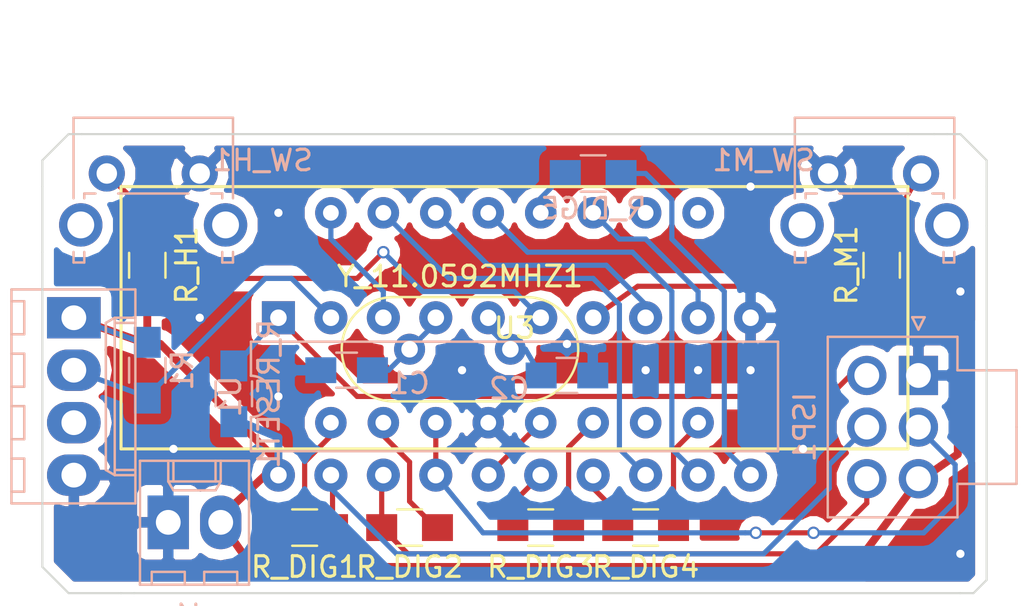
<source format=kicad_pcb>
(kicad_pcb (version 4) (host pcbnew 4.0.7)

  (general
    (links 47)
    (no_connects 0)
    (area 120.599999 90.119999 166.420001 112.445001)
    (thickness 1.6)
    (drawings 20)
    (tracks 156)
    (zones 0)
    (modules 19)
    (nets 30)
  )

  (page A4)
  (layers
    (0 F.Cu signal)
    (31 B.Cu signal)
    (32 B.Adhes user)
    (33 F.Adhes user)
    (34 B.Paste user)
    (35 F.Paste user)
    (36 B.SilkS user)
    (37 F.SilkS user)
    (38 B.Mask user)
    (39 F.Mask user)
    (40 Dwgs.User user)
    (41 Cmts.User user)
    (42 Eco1.User user)
    (43 Eco2.User user)
    (44 Edge.Cuts user)
    (45 Margin user)
    (46 B.CrtYd user)
    (47 F.CrtYd user)
    (48 B.Fab user)
    (49 F.Fab user)
  )

  (setup
    (last_trace_width 0.25)
    (trace_clearance 0.2)
    (zone_clearance 0.508)
    (zone_45_only no)
    (trace_min 0.2)
    (segment_width 0.2)
    (edge_width 0.1)
    (via_size 0.6)
    (via_drill 0.4)
    (via_min_size 0.4)
    (via_min_drill 0.3)
    (uvia_size 0.3)
    (uvia_drill 0.1)
    (uvias_allowed no)
    (uvia_min_size 0.2)
    (uvia_min_drill 0.1)
    (pcb_text_width 0.3)
    (pcb_text_size 1.5 1.5)
    (mod_edge_width 0.15)
    (mod_text_size 1 1)
    (mod_text_width 0.15)
    (pad_size 1.5 1.5)
    (pad_drill 0.6)
    (pad_to_mask_clearance 0)
    (aux_axis_origin 0 0)
    (visible_elements 7FFFEF9F)
    (pcbplotparams
      (layerselection 0x00030_80000001)
      (usegerberextensions false)
      (excludeedgelayer true)
      (linewidth 0.100000)
      (plotframeref false)
      (viasonmask false)
      (mode 1)
      (useauxorigin false)
      (hpglpennumber 1)
      (hpglpenspeed 20)
      (hpglpendiameter 15)
      (hpglpenoverlay 2)
      (psnegative false)
      (psa4output false)
      (plotreference true)
      (plotvalue true)
      (plotinvisibletext false)
      (padsonsilk false)
      (subtractmaskfromsilk false)
      (outputformat 1)
      (mirror false)
      (drillshape 1)
      (scaleselection 1)
      (outputdirectory ""))
  )

  (net 0 "")
  (net 1 GND)
  (net 2 "Net-(C1-Pad2)")
  (net 3 "Net-(C2-Pad2)")
  (net 4 +5V)
  (net 5 "Net-(DHT_1-Pad2)")
  (net 6 "Net-(DHT_1-Pad3)")
  (net 7 B)
  (net 8 RST)
  (net 9 A)
  (net 10 F)
  (net 11 DIG1)
  (net 12 "Net-(R_DIG1-Pad2)")
  (net 13 DIG2)
  (net 14 "Net-(R_DIG2-Pad2)")
  (net 15 DIG3)
  (net 16 "Net-(R_DIG3-Pad2)")
  (net 17 DIG4)
  (net 18 "Net-(R_DIG4-Pad2)")
  (net 19 "Net-(R_DIG5-Pad1)")
  (net 20 DPX)
  (net 21 "Net-(R_H1-Pad2)")
  (net 22 "Net-(R_M1-Pad2)")
  (net 23 E)
  (net 24 D)
  (net 25 C)
  (net 26 G)
  (net 27 "Net-(U3-Pad7)")
  (net 28 "Net-(U3-Pad9)")
  (net 29 "Net-(U3-Pad10)")

  (net_class Default "Esta es la clase de red por defecto."
    (clearance 0.2)
    (trace_width 0.25)
    (via_dia 0.6)
    (via_drill 0.4)
    (uvia_dia 0.3)
    (uvia_drill 0.1)
    (add_net A)
    (add_net B)
    (add_net C)
    (add_net D)
    (add_net DIG1)
    (add_net DIG2)
    (add_net DIG3)
    (add_net DIG4)
    (add_net DPX)
    (add_net E)
    (add_net F)
    (add_net G)
    (add_net GND)
    (add_net "Net-(C1-Pad2)")
    (add_net "Net-(C2-Pad2)")
    (add_net "Net-(DHT_1-Pad2)")
    (add_net "Net-(DHT_1-Pad3)")
    (add_net "Net-(R_DIG1-Pad2)")
    (add_net "Net-(R_DIG2-Pad2)")
    (add_net "Net-(R_DIG3-Pad2)")
    (add_net "Net-(R_DIG4-Pad2)")
    (add_net "Net-(R_DIG5-Pad1)")
    (add_net "Net-(R_H1-Pad2)")
    (add_net "Net-(R_M1-Pad2)")
    (add_net "Net-(U3-Pad10)")
    (add_net "Net-(U3-Pad7)")
    (add_net "Net-(U3-Pad9)")
    (add_net RST)
  )

  (net_class Voltaje ""
    (clearance 0.2)
    (trace_width 0.381)
    (via_dia 0.6)
    (via_drill 0.4)
    (uvia_dia 0.3)
    (uvia_drill 0.1)
    (add_net +5V)
  )

  (module Capacitors_SMD:C_0805_HandSoldering (layer B.Cu) (tedit 5A593037) (tstamp 5A59143F)
    (at 135.382 101.6)
    (descr "Capacitor SMD 0805, hand soldering")
    (tags "capacitor 0805")
    (path /5A36C0EC)
    (attr smd)
    (fp_text reference C1 (at 3.048 0.635) (layer B.SilkS)
      (effects (font (size 1 1) (thickness 0.15)) (justify mirror))
    )
    (fp_text value 22pF (at 0 -1.75) (layer B.Fab)
      (effects (font (size 1 1) (thickness 0.15)) (justify mirror))
    )
    (fp_text user %R (at 0 1.75) (layer B.Fab)
      (effects (font (size 1 1) (thickness 0.15)) (justify mirror))
    )
    (fp_line (start -1 -0.62) (end -1 0.62) (layer B.Fab) (width 0.1))
    (fp_line (start 1 -0.62) (end -1 -0.62) (layer B.Fab) (width 0.1))
    (fp_line (start 1 0.62) (end 1 -0.62) (layer B.Fab) (width 0.1))
    (fp_line (start -1 0.62) (end 1 0.62) (layer B.Fab) (width 0.1))
    (fp_line (start 0.5 0.85) (end -0.5 0.85) (layer B.SilkS) (width 0.12))
    (fp_line (start -0.5 -0.85) (end 0.5 -0.85) (layer B.SilkS) (width 0.12))
    (fp_line (start -2.25 0.88) (end 2.25 0.88) (layer B.CrtYd) (width 0.05))
    (fp_line (start -2.25 0.88) (end -2.25 -0.87) (layer B.CrtYd) (width 0.05))
    (fp_line (start 2.25 -0.87) (end 2.25 0.88) (layer B.CrtYd) (width 0.05))
    (fp_line (start 2.25 -0.87) (end -2.25 -0.87) (layer B.CrtYd) (width 0.05))
    (pad 1 smd rect (at -1.25 0) (size 1.5 1.25) (layers B.Cu B.Paste B.Mask)
      (net 1 GND))
    (pad 2 smd rect (at 1.25 0) (size 1.5 1.25) (layers B.Cu B.Paste B.Mask)
      (net 2 "Net-(C1-Pad2)"))
    (model Capacitors_SMD.3dshapes/C_0805.wrl
      (at (xyz 0 0 0))
      (scale (xyz 1 1 1))
      (rotate (xyz 0 0 0))
    )
  )

  (module Capacitors_SMD:C_0805_HandSoldering (layer B.Cu) (tedit 5A59303F) (tstamp 5A591445)
    (at 146.05 101.854 180)
    (descr "Capacitor SMD 0805, hand soldering")
    (tags "capacitor 0805")
    (path /5A36C1C7)
    (attr smd)
    (fp_text reference C2 (at 2.794 -0.635 180) (layer B.SilkS)
      (effects (font (size 1 1) (thickness 0.15)) (justify mirror))
    )
    (fp_text value 22pF (at 0 -1.75 180) (layer B.Fab)
      (effects (font (size 1 1) (thickness 0.15)) (justify mirror))
    )
    (fp_text user %R (at 0 1.75 180) (layer B.Fab)
      (effects (font (size 1 1) (thickness 0.15)) (justify mirror))
    )
    (fp_line (start -1 -0.62) (end -1 0.62) (layer B.Fab) (width 0.1))
    (fp_line (start 1 -0.62) (end -1 -0.62) (layer B.Fab) (width 0.1))
    (fp_line (start 1 0.62) (end 1 -0.62) (layer B.Fab) (width 0.1))
    (fp_line (start -1 0.62) (end 1 0.62) (layer B.Fab) (width 0.1))
    (fp_line (start 0.5 0.85) (end -0.5 0.85) (layer B.SilkS) (width 0.12))
    (fp_line (start -0.5 -0.85) (end 0.5 -0.85) (layer B.SilkS) (width 0.12))
    (fp_line (start -2.25 0.88) (end 2.25 0.88) (layer B.CrtYd) (width 0.05))
    (fp_line (start -2.25 0.88) (end -2.25 -0.87) (layer B.CrtYd) (width 0.05))
    (fp_line (start 2.25 -0.87) (end 2.25 0.88) (layer B.CrtYd) (width 0.05))
    (fp_line (start 2.25 -0.87) (end -2.25 -0.87) (layer B.CrtYd) (width 0.05))
    (pad 1 smd rect (at -1.25 0 180) (size 1.5 1.25) (layers B.Cu B.Paste B.Mask)
      (net 1 GND))
    (pad 2 smd rect (at 1.25 0 180) (size 1.5 1.25) (layers B.Cu B.Paste B.Mask)
      (net 3 "Net-(C2-Pad2)"))
    (model Capacitors_SMD.3dshapes/C_0805.wrl
      (at (xyz 0 0 0))
      (scale (xyz 1 1 1))
      (rotate (xyz 0 0 0))
    )
  )

  (module Connectors_Molex:Molex_KK-6410-04_04x2.54mm_Straight (layer B.Cu) (tedit 58EE6EE8) (tstamp 5A59144D)
    (at 122.174 99.06 270)
    (descr "Connector Headers with Friction Lock, 22-27-2041, http://www.molex.com/pdm_docs/sd/022272021_sd.pdf")
    (tags "connector molex kk_6410 22-27-2041")
    (path /5A36F4CF)
    (fp_text reference DHT_1 (at 1 4.5 270) (layer B.SilkS)
      (effects (font (size 1 1) (thickness 0.15)) (justify mirror))
    )
    (fp_text value DHT11 (at 3.81 -4.5 270) (layer B.Fab)
      (effects (font (size 1 1) (thickness 0.15)) (justify mirror))
    )
    (fp_line (start -1.47 3.12) (end -1.47 -3.08) (layer B.Fab) (width 0.12))
    (fp_line (start -1.47 -3.08) (end 9.09 -3.08) (layer B.Fab) (width 0.12))
    (fp_line (start 9.09 -3.08) (end 9.09 3.12) (layer B.Fab) (width 0.12))
    (fp_line (start 9.09 3.12) (end -1.47 3.12) (layer B.Fab) (width 0.12))
    (fp_line (start -1.37 3.02) (end -1.37 -2.98) (layer B.SilkS) (width 0.12))
    (fp_line (start -1.37 -2.98) (end 8.99 -2.98) (layer B.SilkS) (width 0.12))
    (fp_line (start 8.99 -2.98) (end 8.99 3.02) (layer B.SilkS) (width 0.12))
    (fp_line (start 8.99 3.02) (end -1.37 3.02) (layer B.SilkS) (width 0.12))
    (fp_line (start 0 -2.98) (end 0 -1.98) (layer B.SilkS) (width 0.12))
    (fp_line (start 0 -1.98) (end 7.62 -1.98) (layer B.SilkS) (width 0.12))
    (fp_line (start 7.62 -1.98) (end 7.62 -2.98) (layer B.SilkS) (width 0.12))
    (fp_line (start 0 -1.98) (end 0.25 -1.55) (layer B.SilkS) (width 0.12))
    (fp_line (start 0.25 -1.55) (end 7.37 -1.55) (layer B.SilkS) (width 0.12))
    (fp_line (start 7.37 -1.55) (end 7.62 -1.98) (layer B.SilkS) (width 0.12))
    (fp_line (start 0.25 -2.98) (end 0.25 -1.98) (layer B.SilkS) (width 0.12))
    (fp_line (start 7.37 -2.98) (end 7.37 -1.98) (layer B.SilkS) (width 0.12))
    (fp_line (start -0.8 3.02) (end -0.8 2.4) (layer B.SilkS) (width 0.12))
    (fp_line (start -0.8 2.4) (end 0.8 2.4) (layer B.SilkS) (width 0.12))
    (fp_line (start 0.8 2.4) (end 0.8 3.02) (layer B.SilkS) (width 0.12))
    (fp_line (start 1.74 3.02) (end 1.74 2.4) (layer B.SilkS) (width 0.12))
    (fp_line (start 1.74 2.4) (end 3.34 2.4) (layer B.SilkS) (width 0.12))
    (fp_line (start 3.34 2.4) (end 3.34 3.02) (layer B.SilkS) (width 0.12))
    (fp_line (start 4.28 3.02) (end 4.28 2.4) (layer B.SilkS) (width 0.12))
    (fp_line (start 4.28 2.4) (end 5.88 2.4) (layer B.SilkS) (width 0.12))
    (fp_line (start 5.88 2.4) (end 5.88 3.02) (layer B.SilkS) (width 0.12))
    (fp_line (start 6.82 3.02) (end 6.82 2.4) (layer B.SilkS) (width 0.12))
    (fp_line (start 6.82 2.4) (end 8.42 2.4) (layer B.SilkS) (width 0.12))
    (fp_line (start 8.42 2.4) (end 8.42 3.02) (layer B.SilkS) (width 0.12))
    (fp_line (start -1.9 -3.5) (end -1.9 3.55) (layer B.CrtYd) (width 0.05))
    (fp_line (start -1.9 3.55) (end 9.5 3.55) (layer B.CrtYd) (width 0.05))
    (fp_line (start 9.5 3.55) (end 9.5 -3.5) (layer B.CrtYd) (width 0.05))
    (fp_line (start 9.5 -3.5) (end -1.9 -3.5) (layer B.CrtYd) (width 0.05))
    (fp_text user %R (at 3.81 0 270) (layer B.Fab)
      (effects (font (size 1 1) (thickness 0.15)) (justify mirror))
    )
    (pad 1 thru_hole rect (at 0 0 270) (size 2 2.6) (drill 1.2) (layers *.Cu *.Mask)
      (net 4 +5V))
    (pad 2 thru_hole oval (at 2.54 0 270) (size 2 2.6) (drill 1.2) (layers *.Cu *.Mask)
      (net 5 "Net-(DHT_1-Pad2)"))
    (pad 3 thru_hole oval (at 5.08 0 270) (size 2 2.6) (drill 1.2) (layers *.Cu *.Mask)
      (net 6 "Net-(DHT_1-Pad3)"))
    (pad 4 thru_hole oval (at 7.62 0 270) (size 2 2.6) (drill 1.2) (layers *.Cu *.Mask)
      (net 1 GND))
    (model ${KISYS3DMOD}/Connectors_Molex.3dshapes/Molex_KK-6410-04_04x2.54mm_Straight.wrl
      (at (xyz 0 0 0))
      (scale (xyz 1 1 1))
      (rotate (xyz 0 0 0))
    )
  )

  (module Connectors_Molex:Molex_NanoFit_2x03x2.50mm_Straight (layer B.Cu) (tedit 5A592587) (tstamp 5A591458)
    (at 163.068 101.854 270)
    (descr "Molex Nano Fit, dual row, top entry, through hole, Datasheet:http://www.molex.com/pdm_docs/sd/1053101208_sd.pdf")
    (tags "connector molex nano-fit 105310-xx06")
    (path /5A371797)
    (fp_text reference ISP1 (at 2.5 5.5 270) (layer B.SilkS)
      (effects (font (size 1 1) (thickness 0.15)) (justify mirror))
    )
    (fp_text value ISP_Conector (at 2.5 7 270) (layer B.Fab)
      (effects (font (size 1 1) (thickness 0.15)) (justify mirror))
    )
    (fp_line (start 2.5 4.24) (end -1.72 4.24) (layer B.Fab) (width 0.1))
    (fp_line (start -1.72 4.24) (end -1.72 -1.74) (layer B.Fab) (width 0.1))
    (fp_line (start -1.72 -1.74) (end -0.1 -1.74) (layer B.Fab) (width 0.1))
    (fp_line (start -0.1 -1.74) (end -0.1 -4.6) (layer B.Fab) (width 0.1))
    (fp_line (start -0.1 -4.6) (end 2.5 -4.6) (layer B.Fab) (width 0.1))
    (fp_line (start 2.5 4.24) (end 6.72 4.24) (layer B.Fab) (width 0.1))
    (fp_line (start 6.72 4.24) (end 6.72 -1.74) (layer B.Fab) (width 0.1))
    (fp_line (start 6.72 -1.74) (end 5.1 -1.74) (layer B.Fab) (width 0.1))
    (fp_line (start 5.1 -1.74) (end 5.1 -4.6) (layer B.Fab) (width 0.1))
    (fp_line (start 5.1 -4.6) (end 2.5 -4.6) (layer B.Fab) (width 0.1))
    (fp_line (start 2.5 4.39) (end -1.87 4.39) (layer B.SilkS) (width 0.12))
    (fp_line (start -1.87 4.39) (end -1.87 -1.89) (layer B.SilkS) (width 0.12))
    (fp_line (start -1.87 -1.89) (end -0.25 -1.89) (layer B.SilkS) (width 0.12))
    (fp_line (start -0.25 -1.89) (end -0.25 -4.75) (layer B.SilkS) (width 0.12))
    (fp_line (start -0.25 -4.75) (end 2.5 -4.75) (layer B.SilkS) (width 0.12))
    (fp_line (start 2.5 4.39) (end 6.87 4.39) (layer B.SilkS) (width 0.12))
    (fp_line (start 6.87 4.39) (end 6.87 -1.89) (layer B.SilkS) (width 0.12))
    (fp_line (start 6.87 -1.89) (end 5.25 -1.89) (layer B.SilkS) (width 0.12))
    (fp_line (start 5.25 -1.89) (end 5.25 -4.75) (layer B.SilkS) (width 0.12))
    (fp_line (start 5.25 -4.75) (end 2.5 -4.75) (layer B.SilkS) (width 0.12))
    (fp_line (start 0.4 -2.54) (end 0.4 -4.1) (layer B.Fab) (width 0.1))
    (fp_line (start 0.4 -4.1) (end 4.6 -4.1) (layer B.Fab) (width 0.1))
    (fp_line (start 4.6 -4.1) (end 4.6 -2.54) (layer B.Fab) (width 0.1))
    (fp_line (start 4.6 -2.54) (end 0.4 -2.54) (layer B.Fab) (width 0.1))
    (fp_line (start -2.21 4.74) (end -2.21 -2.24) (layer B.CrtYd) (width 0.05))
    (fp_line (start -2.21 -2.24) (end -0.6 -2.24) (layer B.CrtYd) (width 0.05))
    (fp_line (start -0.6 -2.24) (end -0.6 -5.09) (layer B.CrtYd) (width 0.05))
    (fp_line (start -0.6 -5.09) (end 5.6 -5.09) (layer B.CrtYd) (width 0.05))
    (fp_line (start 5.6 -5.09) (end 5.6 -2.24) (layer B.CrtYd) (width 0.05))
    (fp_line (start 5.6 -2.24) (end 7.22 -2.24) (layer B.CrtYd) (width 0.05))
    (fp_line (start 7.22 -2.24) (end 7.22 4.74) (layer B.CrtYd) (width 0.05))
    (fp_line (start 7.22 4.74) (end -2.21 4.74) (layer B.CrtYd) (width 0.05))
    (fp_line (start -1.1875 1.1875) (end -1.1875 -1.1875) (layer B.Fab) (width 0.1))
    (fp_line (start -1.1875 -1.1875) (end 1.1875 -1.1875) (layer B.Fab) (width 0.1))
    (fp_line (start 1.1875 -1.1875) (end 1.1875 1.1875) (layer B.Fab) (width 0.1))
    (fp_line (start 1.1875 1.1875) (end -1.1875 1.1875) (layer B.Fab) (width 0.1))
    (fp_line (start -1.1875 3.6875) (end -1.1875 1.3125) (layer B.Fab) (width 0.1))
    (fp_line (start -1.1875 1.3125) (end 1.1875 1.3125) (layer B.Fab) (width 0.1))
    (fp_line (start 1.1875 1.3125) (end 1.1875 3.6875) (layer B.Fab) (width 0.1))
    (fp_line (start 1.1875 3.6875) (end -1.1875 3.6875) (layer B.Fab) (width 0.1))
    (fp_line (start 1.3125 1.1875) (end 1.3125 -1.1875) (layer B.Fab) (width 0.1))
    (fp_line (start 1.3125 -1.1875) (end 3.6875 -1.1875) (layer B.Fab) (width 0.1))
    (fp_line (start 3.6875 -1.1875) (end 3.6875 1.1875) (layer B.Fab) (width 0.1))
    (fp_line (start 3.6875 1.1875) (end 1.3125 1.1875) (layer B.Fab) (width 0.1))
    (fp_line (start 1.3125 3.6875) (end 1.3125 1.3125) (layer B.Fab) (width 0.1))
    (fp_line (start 1.3125 1.3125) (end 3.6875 1.3125) (layer B.Fab) (width 0.1))
    (fp_line (start 3.6875 1.3125) (end 3.6875 3.6875) (layer B.Fab) (width 0.1))
    (fp_line (start 3.6875 3.6875) (end 1.3125 3.6875) (layer B.Fab) (width 0.1))
    (fp_line (start 3.8125 1.1875) (end 3.8125 -1.1875) (layer B.Fab) (width 0.1))
    (fp_line (start 3.8125 -1.1875) (end 6.1875 -1.1875) (layer B.Fab) (width 0.1))
    (fp_line (start 6.1875 -1.1875) (end 6.1875 1.1875) (layer B.Fab) (width 0.1))
    (fp_line (start 6.1875 1.1875) (end 3.8125 1.1875) (layer B.Fab) (width 0.1))
    (fp_line (start 3.8125 3.6875) (end 3.8125 1.3125) (layer B.Fab) (width 0.1))
    (fp_line (start 3.8125 1.3125) (end 6.1875 1.3125) (layer B.Fab) (width 0.1))
    (fp_line (start 6.1875 1.3125) (end 6.1875 3.6875) (layer B.Fab) (width 0.1))
    (fp_line (start 6.1875 3.6875) (end 3.8125 3.6875) (layer B.Fab) (width 0.1))
    (fp_line (start -2.22 0) (end -2.82 -0.3) (layer B.SilkS) (width 0.12))
    (fp_line (start -2.82 -0.3) (end -2.82 0.3) (layer B.SilkS) (width 0.12))
    (fp_line (start -2.82 0.3) (end -2.22 0) (layer B.SilkS) (width 0.12))
    (fp_line (start -2.22 0) (end -2.82 -0.3) (layer B.Fab) (width 0.1))
    (fp_line (start -2.82 -0.3) (end -2.82 0.3) (layer B.Fab) (width 0.1))
    (fp_line (start -2.82 0.3) (end -2.22 0) (layer B.Fab) (width 0.1))
    (fp_text user %R (at 2.5 5.5 270) (layer B.Fab)
      (effects (font (size 1 1) (thickness 0.15)) (justify mirror))
    )
    (pad 1 thru_hole rect (at 0 0 270) (size 1.9 1.9) (drill 1.2) (layers *.Cu *.Mask)
      (net 1 GND))
    (pad 2 thru_hole circle (at 2.5 0 270) (size 1.9 1.9) (drill 1.2) (layers *.Cu *.Mask)
      (net 24 D))
    (pad 3 thru_hole circle (at 5 0 270) (size 1.9 1.9) (drill 1.2) (layers *.Cu *.Mask)
      (net 4 +5V))
    (pad 4 thru_hole circle (at 0 2.5 270) (size 1.9 1.9) (drill 1.2) (layers *.Cu *.Mask)
      (net 8 RST))
    (pad 5 thru_hole circle (at 2.5 2.5 270) (size 1.9 1.9) (drill 1.2) (layers *.Cu *.Mask)
      (net 11 DIG1))
    (pad 6 thru_hole circle (at 5 2.5 270) (size 1.9 1.9) (drill 1.2) (layers *.Cu *.Mask)
      (net 13 DIG2))
    (model ${KISYS3DMOD}/Connectors_Molex.3dshapes/Molex_NanoFit_2x03x2.50mm_Straight.wrl
      (at (xyz 0 0 0))
      (scale (xyz 1 1 1))
      (rotate (xyz 0 0 0))
    )
  )

  (module Resistors_SMD:R_0805_HandSoldering (layer B.Cu) (tedit 58E0A804) (tstamp 5A59145E)
    (at 125.73 101.6 90)
    (descr "Resistor SMD 0805, hand soldering")
    (tags "resistor 0805")
    (path /5A36F5D2)
    (attr smd)
    (fp_text reference R1 (at 0 1.7 90) (layer B.SilkS)
      (effects (font (size 1 1) (thickness 0.15)) (justify mirror))
    )
    (fp_text value 10K (at 0 -1.75 90) (layer B.Fab)
      (effects (font (size 1 1) (thickness 0.15)) (justify mirror))
    )
    (fp_text user %R (at 0 0 90) (layer B.Fab)
      (effects (font (size 0.5 0.5) (thickness 0.075)) (justify mirror))
    )
    (fp_line (start -1 -0.62) (end -1 0.62) (layer B.Fab) (width 0.1))
    (fp_line (start 1 -0.62) (end -1 -0.62) (layer B.Fab) (width 0.1))
    (fp_line (start 1 0.62) (end 1 -0.62) (layer B.Fab) (width 0.1))
    (fp_line (start -1 0.62) (end 1 0.62) (layer B.Fab) (width 0.1))
    (fp_line (start 0.6 -0.88) (end -0.6 -0.88) (layer B.SilkS) (width 0.12))
    (fp_line (start -0.6 0.88) (end 0.6 0.88) (layer B.SilkS) (width 0.12))
    (fp_line (start -2.35 0.9) (end 2.35 0.9) (layer B.CrtYd) (width 0.05))
    (fp_line (start -2.35 0.9) (end -2.35 -0.9) (layer B.CrtYd) (width 0.05))
    (fp_line (start 2.35 -0.9) (end 2.35 0.9) (layer B.CrtYd) (width 0.05))
    (fp_line (start 2.35 -0.9) (end -2.35 -0.9) (layer B.CrtYd) (width 0.05))
    (pad 1 smd rect (at -1.35 0 90) (size 1.5 1.3) (layers B.Cu B.Paste B.Mask)
      (net 5 "Net-(DHT_1-Pad2)"))
    (pad 2 smd rect (at 1.35 0 90) (size 1.5 1.3) (layers B.Cu B.Paste B.Mask)
      (net 4 +5V))
    (model ${KISYS3DMOD}/Resistors_SMD.3dshapes/R_0805.wrl
      (at (xyz 0 0 0))
      (scale (xyz 1 1 1))
      (rotate (xyz 0 0 0))
    )
  )

  (module Resistors_SMD:R_0805_HandSoldering (layer F.Cu) (tedit 5A59306D) (tstamp 5A591464)
    (at 133.35 109.22 180)
    (descr "Resistor SMD 0805, hand soldering")
    (tags "resistor 0805")
    (path /5A36CC10)
    (attr smd)
    (fp_text reference R_DIG1 (at 0 -1.905 180) (layer F.SilkS)
      (effects (font (size 1 1) (thickness 0.15)))
    )
    (fp_text value 560R (at 0 -1.905 180) (layer F.Fab)
      (effects (font (size 1 1) (thickness 0.15)))
    )
    (fp_text user %R (at 0 0 180) (layer F.Fab)
      (effects (font (size 0.5 0.5) (thickness 0.075)))
    )
    (fp_line (start -1 0.62) (end -1 -0.62) (layer F.Fab) (width 0.1))
    (fp_line (start 1 0.62) (end -1 0.62) (layer F.Fab) (width 0.1))
    (fp_line (start 1 -0.62) (end 1 0.62) (layer F.Fab) (width 0.1))
    (fp_line (start -1 -0.62) (end 1 -0.62) (layer F.Fab) (width 0.1))
    (fp_line (start 0.6 0.88) (end -0.6 0.88) (layer F.SilkS) (width 0.12))
    (fp_line (start -0.6 -0.88) (end 0.6 -0.88) (layer F.SilkS) (width 0.12))
    (fp_line (start -2.35 -0.9) (end 2.35 -0.9) (layer F.CrtYd) (width 0.05))
    (fp_line (start -2.35 -0.9) (end -2.35 0.9) (layer F.CrtYd) (width 0.05))
    (fp_line (start 2.35 0.9) (end 2.35 -0.9) (layer F.CrtYd) (width 0.05))
    (fp_line (start 2.35 0.9) (end -2.35 0.9) (layer F.CrtYd) (width 0.05))
    (pad 1 smd rect (at -1.35 0 180) (size 1.5 1.3) (layers F.Cu F.Paste F.Mask)
      (net 11 DIG1))
    (pad 2 smd rect (at 1.35 0 180) (size 1.5 1.3) (layers F.Cu F.Paste F.Mask)
      (net 12 "Net-(R_DIG1-Pad2)"))
    (model ${KISYS3DMOD}/Resistors_SMD.3dshapes/R_0805.wrl
      (at (xyz 0 0 0))
      (scale (xyz 1 1 1))
      (rotate (xyz 0 0 0))
    )
  )

  (module Resistors_SMD:R_0805_HandSoldering (layer F.Cu) (tedit 5A59301F) (tstamp 5A59146A)
    (at 138.43 109.22)
    (descr "Resistor SMD 0805, hand soldering")
    (tags "resistor 0805")
    (path /5A36CD6D)
    (attr smd)
    (fp_text reference R_DIG2 (at 0 1.905) (layer F.SilkS)
      (effects (font (size 1 1) (thickness 0.15)))
    )
    (fp_text value 560R (at 0 1.75) (layer F.Fab)
      (effects (font (size 1 1) (thickness 0.15)))
    )
    (fp_text user %R (at 0 0) (layer F.Fab)
      (effects (font (size 0.5 0.5) (thickness 0.075)))
    )
    (fp_line (start -1 0.62) (end -1 -0.62) (layer F.Fab) (width 0.1))
    (fp_line (start 1 0.62) (end -1 0.62) (layer F.Fab) (width 0.1))
    (fp_line (start 1 -0.62) (end 1 0.62) (layer F.Fab) (width 0.1))
    (fp_line (start -1 -0.62) (end 1 -0.62) (layer F.Fab) (width 0.1))
    (fp_line (start 0.6 0.88) (end -0.6 0.88) (layer F.SilkS) (width 0.12))
    (fp_line (start -0.6 -0.88) (end 0.6 -0.88) (layer F.SilkS) (width 0.12))
    (fp_line (start -2.35 -0.9) (end 2.35 -0.9) (layer F.CrtYd) (width 0.05))
    (fp_line (start -2.35 -0.9) (end -2.35 0.9) (layer F.CrtYd) (width 0.05))
    (fp_line (start 2.35 0.9) (end 2.35 -0.9) (layer F.CrtYd) (width 0.05))
    (fp_line (start 2.35 0.9) (end -2.35 0.9) (layer F.CrtYd) (width 0.05))
    (pad 1 smd rect (at -1.35 0) (size 1.5 1.3) (layers F.Cu F.Paste F.Mask)
      (net 13 DIG2))
    (pad 2 smd rect (at 1.35 0) (size 1.5 1.3) (layers F.Cu F.Paste F.Mask)
      (net 14 "Net-(R_DIG2-Pad2)"))
    (model ${KISYS3DMOD}/Resistors_SMD.3dshapes/R_0805.wrl
      (at (xyz 0 0 0))
      (scale (xyz 1 1 1))
      (rotate (xyz 0 0 0))
    )
  )

  (module Resistors_SMD:R_0805_HandSoldering (layer F.Cu) (tedit 5A593024) (tstamp 5A591470)
    (at 144.78 109.22)
    (descr "Resistor SMD 0805, hand soldering")
    (tags "resistor 0805")
    (path /5A36CDB0)
    (attr smd)
    (fp_text reference R_DIG3 (at 0 1.905) (layer F.SilkS)
      (effects (font (size 1 1) (thickness 0.15)))
    )
    (fp_text value 560R (at 0 1.75) (layer F.Fab)
      (effects (font (size 1 1) (thickness 0.15)))
    )
    (fp_text user %R (at 0 0) (layer F.Fab)
      (effects (font (size 0.5 0.5) (thickness 0.075)))
    )
    (fp_line (start -1 0.62) (end -1 -0.62) (layer F.Fab) (width 0.1))
    (fp_line (start 1 0.62) (end -1 0.62) (layer F.Fab) (width 0.1))
    (fp_line (start 1 -0.62) (end 1 0.62) (layer F.Fab) (width 0.1))
    (fp_line (start -1 -0.62) (end 1 -0.62) (layer F.Fab) (width 0.1))
    (fp_line (start 0.6 0.88) (end -0.6 0.88) (layer F.SilkS) (width 0.12))
    (fp_line (start -0.6 -0.88) (end 0.6 -0.88) (layer F.SilkS) (width 0.12))
    (fp_line (start -2.35 -0.9) (end 2.35 -0.9) (layer F.CrtYd) (width 0.05))
    (fp_line (start -2.35 -0.9) (end -2.35 0.9) (layer F.CrtYd) (width 0.05))
    (fp_line (start 2.35 0.9) (end 2.35 -0.9) (layer F.CrtYd) (width 0.05))
    (fp_line (start 2.35 0.9) (end -2.35 0.9) (layer F.CrtYd) (width 0.05))
    (pad 1 smd rect (at -1.35 0) (size 1.5 1.3) (layers F.Cu F.Paste F.Mask)
      (net 15 DIG3))
    (pad 2 smd rect (at 1.35 0) (size 1.5 1.3) (layers F.Cu F.Paste F.Mask)
      (net 16 "Net-(R_DIG3-Pad2)"))
    (model ${KISYS3DMOD}/Resistors_SMD.3dshapes/R_0805.wrl
      (at (xyz 0 0 0))
      (scale (xyz 1 1 1))
      (rotate (xyz 0 0 0))
    )
  )

  (module Resistors_SMD:R_0805_HandSoldering (layer F.Cu) (tedit 5A59302A) (tstamp 5A591476)
    (at 149.86 109.22)
    (descr "Resistor SMD 0805, hand soldering")
    (tags "resistor 0805")
    (path /5A36CE2F)
    (attr smd)
    (fp_text reference R_DIG4 (at 0 1.905) (layer F.SilkS)
      (effects (font (size 1 1) (thickness 0.15)))
    )
    (fp_text value 560R (at 0 1.75) (layer F.Fab)
      (effects (font (size 1 1) (thickness 0.15)))
    )
    (fp_text user %R (at 0 0) (layer F.Fab)
      (effects (font (size 0.5 0.5) (thickness 0.075)))
    )
    (fp_line (start -1 0.62) (end -1 -0.62) (layer F.Fab) (width 0.1))
    (fp_line (start 1 0.62) (end -1 0.62) (layer F.Fab) (width 0.1))
    (fp_line (start 1 -0.62) (end 1 0.62) (layer F.Fab) (width 0.1))
    (fp_line (start -1 -0.62) (end 1 -0.62) (layer F.Fab) (width 0.1))
    (fp_line (start 0.6 0.88) (end -0.6 0.88) (layer F.SilkS) (width 0.12))
    (fp_line (start -0.6 -0.88) (end 0.6 -0.88) (layer F.SilkS) (width 0.12))
    (fp_line (start -2.35 -0.9) (end 2.35 -0.9) (layer F.CrtYd) (width 0.05))
    (fp_line (start -2.35 -0.9) (end -2.35 0.9) (layer F.CrtYd) (width 0.05))
    (fp_line (start 2.35 0.9) (end 2.35 -0.9) (layer F.CrtYd) (width 0.05))
    (fp_line (start 2.35 0.9) (end -2.35 0.9) (layer F.CrtYd) (width 0.05))
    (pad 1 smd rect (at -1.35 0) (size 1.5 1.3) (layers F.Cu F.Paste F.Mask)
      (net 17 DIG4))
    (pad 2 smd rect (at 1.35 0) (size 1.5 1.3) (layers F.Cu F.Paste F.Mask)
      (net 18 "Net-(R_DIG4-Pad2)"))
    (model ${KISYS3DMOD}/Resistors_SMD.3dshapes/R_0805.wrl
      (at (xyz 0 0 0))
      (scale (xyz 1 1 1))
      (rotate (xyz 0 0 0))
    )
  )

  (module Resistors_SMD:R_0805_HandSoldering (layer B.Cu) (tedit 58E0A804) (tstamp 5A59147C)
    (at 147.32 92.075)
    (descr "Resistor SMD 0805, hand soldering")
    (tags "resistor 0805")
    (path /5A590167)
    (attr smd)
    (fp_text reference R_DIG5 (at 0 1.7) (layer B.SilkS)
      (effects (font (size 1 1) (thickness 0.15)) (justify mirror))
    )
    (fp_text value 560R (at 0 -1.75) (layer B.Fab)
      (effects (font (size 1 1) (thickness 0.15)) (justify mirror))
    )
    (fp_text user %R (at 0 0) (layer B.Fab)
      (effects (font (size 0.5 0.5) (thickness 0.075)) (justify mirror))
    )
    (fp_line (start -1 -0.62) (end -1 0.62) (layer B.Fab) (width 0.1))
    (fp_line (start 1 -0.62) (end -1 -0.62) (layer B.Fab) (width 0.1))
    (fp_line (start 1 0.62) (end 1 -0.62) (layer B.Fab) (width 0.1))
    (fp_line (start -1 0.62) (end 1 0.62) (layer B.Fab) (width 0.1))
    (fp_line (start 0.6 -0.88) (end -0.6 -0.88) (layer B.SilkS) (width 0.12))
    (fp_line (start -0.6 0.88) (end 0.6 0.88) (layer B.SilkS) (width 0.12))
    (fp_line (start -2.35 0.9) (end 2.35 0.9) (layer B.CrtYd) (width 0.05))
    (fp_line (start -2.35 0.9) (end -2.35 -0.9) (layer B.CrtYd) (width 0.05))
    (fp_line (start 2.35 -0.9) (end 2.35 0.9) (layer B.CrtYd) (width 0.05))
    (fp_line (start 2.35 -0.9) (end -2.35 -0.9) (layer B.CrtYd) (width 0.05))
    (pad 1 smd rect (at -1.35 0) (size 1.5 1.3) (layers B.Cu B.Paste B.Mask)
      (net 19 "Net-(R_DIG5-Pad1)"))
    (pad 2 smd rect (at 1.35 0) (size 1.5 1.3) (layers B.Cu B.Paste B.Mask)
      (net 20 DPX))
    (model ${KISYS3DMOD}/Resistors_SMD.3dshapes/R_0805.wrl
      (at (xyz 0 0 0))
      (scale (xyz 1 1 1))
      (rotate (xyz 0 0 0))
    )
  )

  (module Resistors_SMD:R_0805_HandSoldering (layer F.Cu) (tedit 5A59304D) (tstamp 5A591482)
    (at 125.73 96.52 90)
    (descr "Resistor SMD 0805, hand soldering")
    (tags "resistor 0805")
    (path /5A36BBBE)
    (attr smd)
    (fp_text reference R_H1 (at 0 1.905 90) (layer F.SilkS)
      (effects (font (size 1 1) (thickness 0.15)))
    )
    (fp_text value 10K (at 0 1.75 90) (layer F.Fab)
      (effects (font (size 1 1) (thickness 0.15)))
    )
    (fp_text user %R (at 0 0 90) (layer F.Fab)
      (effects (font (size 0.5 0.5) (thickness 0.075)))
    )
    (fp_line (start -1 0.62) (end -1 -0.62) (layer F.Fab) (width 0.1))
    (fp_line (start 1 0.62) (end -1 0.62) (layer F.Fab) (width 0.1))
    (fp_line (start 1 -0.62) (end 1 0.62) (layer F.Fab) (width 0.1))
    (fp_line (start -1 -0.62) (end 1 -0.62) (layer F.Fab) (width 0.1))
    (fp_line (start 0.6 0.88) (end -0.6 0.88) (layer F.SilkS) (width 0.12))
    (fp_line (start -0.6 -0.88) (end 0.6 -0.88) (layer F.SilkS) (width 0.12))
    (fp_line (start -2.35 -0.9) (end 2.35 -0.9) (layer F.CrtYd) (width 0.05))
    (fp_line (start -2.35 -0.9) (end -2.35 0.9) (layer F.CrtYd) (width 0.05))
    (fp_line (start 2.35 0.9) (end 2.35 -0.9) (layer F.CrtYd) (width 0.05))
    (fp_line (start 2.35 0.9) (end -2.35 0.9) (layer F.CrtYd) (width 0.05))
    (pad 1 smd rect (at -1.35 0 90) (size 1.5 1.3) (layers F.Cu F.Paste F.Mask)
      (net 4 +5V))
    (pad 2 smd rect (at 1.35 0 90) (size 1.5 1.3) (layers F.Cu F.Paste F.Mask)
      (net 21 "Net-(R_H1-Pad2)"))
    (model ${KISYS3DMOD}/Resistors_SMD.3dshapes/R_0805.wrl
      (at (xyz 0 0 0))
      (scale (xyz 1 1 1))
      (rotate (xyz 0 0 0))
    )
  )

  (module Resistors_SMD:R_0805_HandSoldering (layer F.Cu) (tedit 58E0A804) (tstamp 5A591488)
    (at 161.29 96.52 90)
    (descr "Resistor SMD 0805, hand soldering")
    (tags "resistor 0805")
    (path /5A36BC45)
    (attr smd)
    (fp_text reference R_M1 (at 0 -1.7 90) (layer F.SilkS)
      (effects (font (size 1 1) (thickness 0.15)))
    )
    (fp_text value 10K (at 0 1.75 90) (layer F.Fab)
      (effects (font (size 1 1) (thickness 0.15)))
    )
    (fp_text user %R (at 0 0 90) (layer F.Fab)
      (effects (font (size 0.5 0.5) (thickness 0.075)))
    )
    (fp_line (start -1 0.62) (end -1 -0.62) (layer F.Fab) (width 0.1))
    (fp_line (start 1 0.62) (end -1 0.62) (layer F.Fab) (width 0.1))
    (fp_line (start 1 -0.62) (end 1 0.62) (layer F.Fab) (width 0.1))
    (fp_line (start -1 -0.62) (end 1 -0.62) (layer F.Fab) (width 0.1))
    (fp_line (start 0.6 0.88) (end -0.6 0.88) (layer F.SilkS) (width 0.12))
    (fp_line (start -0.6 -0.88) (end 0.6 -0.88) (layer F.SilkS) (width 0.12))
    (fp_line (start -2.35 -0.9) (end 2.35 -0.9) (layer F.CrtYd) (width 0.05))
    (fp_line (start -2.35 -0.9) (end -2.35 0.9) (layer F.CrtYd) (width 0.05))
    (fp_line (start 2.35 0.9) (end 2.35 -0.9) (layer F.CrtYd) (width 0.05))
    (fp_line (start 2.35 0.9) (end -2.35 0.9) (layer F.CrtYd) (width 0.05))
    (pad 1 smd rect (at -1.35 0 90) (size 1.5 1.3) (layers F.Cu F.Paste F.Mask)
      (net 4 +5V))
    (pad 2 smd rect (at 1.35 0 90) (size 1.5 1.3) (layers F.Cu F.Paste F.Mask)
      (net 22 "Net-(R_M1-Pad2)"))
    (model ${KISYS3DMOD}/Resistors_SMD.3dshapes/R_0805.wrl
      (at (xyz 0 0 0))
      (scale (xyz 1 1 1))
      (rotate (xyz 0 0 0))
    )
  )

  (module Resistors_SMD:R_0805_HandSoldering (layer B.Cu) (tedit 58E0A804) (tstamp 5A59148E)
    (at 129.921 102.743 90)
    (descr "Resistor SMD 0805, hand soldering")
    (tags "resistor 0805")
    (path /5A36C779)
    (attr smd)
    (fp_text reference R_RESET1 (at 0 1.7 90) (layer B.SilkS)
      (effects (font (size 1 1) (thickness 0.15)) (justify mirror))
    )
    (fp_text value 10K (at 0 -1.75 90) (layer B.Fab)
      (effects (font (size 1 1) (thickness 0.15)) (justify mirror))
    )
    (fp_text user %R (at 0 0 90) (layer B.Fab)
      (effects (font (size 0.5 0.5) (thickness 0.075)) (justify mirror))
    )
    (fp_line (start -1 -0.62) (end -1 0.62) (layer B.Fab) (width 0.1))
    (fp_line (start 1 -0.62) (end -1 -0.62) (layer B.Fab) (width 0.1))
    (fp_line (start 1 0.62) (end 1 -0.62) (layer B.Fab) (width 0.1))
    (fp_line (start -1 0.62) (end 1 0.62) (layer B.Fab) (width 0.1))
    (fp_line (start 0.6 -0.88) (end -0.6 -0.88) (layer B.SilkS) (width 0.12))
    (fp_line (start -0.6 0.88) (end 0.6 0.88) (layer B.SilkS) (width 0.12))
    (fp_line (start -2.35 0.9) (end 2.35 0.9) (layer B.CrtYd) (width 0.05))
    (fp_line (start -2.35 0.9) (end -2.35 -0.9) (layer B.CrtYd) (width 0.05))
    (fp_line (start 2.35 -0.9) (end 2.35 0.9) (layer B.CrtYd) (width 0.05))
    (fp_line (start 2.35 -0.9) (end -2.35 -0.9) (layer B.CrtYd) (width 0.05))
    (pad 1 smd rect (at -1.35 0 90) (size 1.5 1.3) (layers B.Cu B.Paste B.Mask)
      (net 4 +5V))
    (pad 2 smd rect (at 1.35 0 90) (size 1.5 1.3) (layers B.Cu B.Paste B.Mask)
      (net 8 RST))
    (model ${KISYS3DMOD}/Resistors_SMD.3dshapes/R_0805.wrl
      (at (xyz 0 0 0))
      (scale (xyz 1 1 1))
      (rotate (xyz 0 0 0))
    )
  )

  (module Housings_DIP:DIP-20_W7.62mm (layer B.Cu) (tedit 59C78D6B) (tstamp 5A5914BE)
    (at 132.08 99.06 270)
    (descr "20-lead though-hole mounted DIP package, row spacing 7.62 mm (300 mils)")
    (tags "THT DIP DIL PDIP 2.54mm 7.62mm 300mil")
    (path /5A36A86F)
    (fp_text reference U1 (at 3.81 2.33 270) (layer B.SilkS)
      (effects (font (size 1 1) (thickness 0.15)) (justify mirror))
    )
    (fp_text value ATTINY2313A-PU (at 3.81 -25.19 270) (layer B.Fab)
      (effects (font (size 1 1) (thickness 0.15)) (justify mirror))
    )
    (fp_arc (start 3.81 1.33) (end 2.81 1.33) (angle 180) (layer B.SilkS) (width 0.12))
    (fp_line (start 1.635 1.27) (end 6.985 1.27) (layer B.Fab) (width 0.1))
    (fp_line (start 6.985 1.27) (end 6.985 -24.13) (layer B.Fab) (width 0.1))
    (fp_line (start 6.985 -24.13) (end 0.635 -24.13) (layer B.Fab) (width 0.1))
    (fp_line (start 0.635 -24.13) (end 0.635 0.27) (layer B.Fab) (width 0.1))
    (fp_line (start 0.635 0.27) (end 1.635 1.27) (layer B.Fab) (width 0.1))
    (fp_line (start 2.81 1.33) (end 1.16 1.33) (layer B.SilkS) (width 0.12))
    (fp_line (start 1.16 1.33) (end 1.16 -24.19) (layer B.SilkS) (width 0.12))
    (fp_line (start 1.16 -24.19) (end 6.46 -24.19) (layer B.SilkS) (width 0.12))
    (fp_line (start 6.46 -24.19) (end 6.46 1.33) (layer B.SilkS) (width 0.12))
    (fp_line (start 6.46 1.33) (end 4.81 1.33) (layer B.SilkS) (width 0.12))
    (fp_line (start -1.1 1.55) (end -1.1 -24.4) (layer B.CrtYd) (width 0.05))
    (fp_line (start -1.1 -24.4) (end 8.7 -24.4) (layer B.CrtYd) (width 0.05))
    (fp_line (start 8.7 -24.4) (end 8.7 1.55) (layer B.CrtYd) (width 0.05))
    (fp_line (start 8.7 1.55) (end -1.1 1.55) (layer B.CrtYd) (width 0.05))
    (fp_text user %R (at 3.81 -11.43 270) (layer B.Fab)
      (effects (font (size 1 1) (thickness 0.15)) (justify mirror))
    )
    (pad 1 thru_hole rect (at 0 0 270) (size 1.6 1.6) (drill 0.8) (layers *.Cu *.Mask)
      (net 8 RST))
    (pad 11 thru_hole oval (at 7.62 -22.86 270) (size 1.6 1.6) (drill 0.8) (layers *.Cu *.Mask)
      (net 20 DPX))
    (pad 2 thru_hole oval (at 0 -2.54 270) (size 1.6 1.6) (drill 0.8) (layers *.Cu *.Mask)
      (net 5 "Net-(DHT_1-Pad2)"))
    (pad 12 thru_hole oval (at 7.62 -20.32 270) (size 1.6 1.6) (drill 0.8) (layers *.Cu *.Mask)
      (net 25 C))
    (pad 3 thru_hole oval (at 0 -5.08 270) (size 1.6 1.6) (drill 0.8) (layers *.Cu *.Mask)
      (net 7 B))
    (pad 13 thru_hole oval (at 7.62 -17.78 270) (size 1.6 1.6) (drill 0.8) (layers *.Cu *.Mask)
      (net 26 G))
    (pad 4 thru_hole oval (at 0 -7.62 270) (size 1.6 1.6) (drill 0.8) (layers *.Cu *.Mask)
      (net 2 "Net-(C1-Pad2)"))
    (pad 14 thru_hole oval (at 7.62 -15.24 270) (size 1.6 1.6) (drill 0.8) (layers *.Cu *.Mask)
      (net 17 DIG4))
    (pad 5 thru_hole oval (at 0 -10.16 270) (size 1.6 1.6) (drill 0.8) (layers *.Cu *.Mask)
      (net 3 "Net-(C2-Pad2)"))
    (pad 15 thru_hole oval (at 7.62 -12.7 270) (size 1.6 1.6) (drill 0.8) (layers *.Cu *.Mask)
      (net 15 DIG3))
    (pad 6 thru_hole oval (at 0 -12.7 270) (size 1.6 1.6) (drill 0.8) (layers *.Cu *.Mask)
      (net 21 "Net-(R_H1-Pad2)"))
    (pad 16 thru_hole oval (at 7.62 -10.16 270) (size 1.6 1.6) (drill 0.8) (layers *.Cu *.Mask)
      (net 23 E))
    (pad 7 thru_hole oval (at 0 -15.24 270) (size 1.6 1.6) (drill 0.8) (layers *.Cu *.Mask)
      (net 22 "Net-(R_M1-Pad2)"))
    (pad 17 thru_hole oval (at 7.62 -7.62 270) (size 1.6 1.6) (drill 0.8) (layers *.Cu *.Mask)
      (net 24 D))
    (pad 8 thru_hole oval (at 0 -17.78 270) (size 1.6 1.6) (drill 0.8) (layers *.Cu *.Mask)
      (net 9 A))
    (pad 18 thru_hole oval (at 7.62 -5.08 270) (size 1.6 1.6) (drill 0.8) (layers *.Cu *.Mask)
      (net 13 DIG2))
    (pad 9 thru_hole oval (at 0 -20.32 270) (size 1.6 1.6) (drill 0.8) (layers *.Cu *.Mask)
      (net 10 F))
    (pad 19 thru_hole oval (at 7.62 -2.54 270) (size 1.6 1.6) (drill 0.8) (layers *.Cu *.Mask)
      (net 11 DIG1))
    (pad 10 thru_hole oval (at 0 -22.86 270) (size 1.6 1.6) (drill 0.8) (layers *.Cu *.Mask)
      (net 1 GND))
    (pad 20 thru_hole oval (at 7.62 0 270) (size 1.6 1.6) (drill 0.8) (layers *.Cu *.Mask)
      (net 4 +5V))
    (model ${KISYS3DMOD}/Housings_DIP.3dshapes/DIP-20_W7.62mm.wrl
      (at (xyz 0 0 0))
      (scale (xyz 1 1 1))
      (rotate (xyz 0 0 0))
    )
  )

  (module MisHuellas:Display_40mmx13mm_16Pin (layer F.Cu) (tedit 5A590BB4) (tstamp 5A5914D2)
    (at 143.51 99.06)
    (path /5A58F963)
    (fp_text reference U3 (at 0 0.5) (layer F.SilkS)
      (effects (font (size 1 1) (thickness 0.15)))
    )
    (fp_text value DISPLAY_3492AS_16pin (at 0 -0.5) (layer F.Fab)
      (effects (font (size 1 1) (thickness 0.15)))
    )
    (fp_line (start -1.27 6.35) (end -19.05 6.35) (layer F.SilkS) (width 0.15))
    (fp_line (start -19.05 6.35) (end -19.05 -6.35) (layer F.SilkS) (width 0.15))
    (fp_line (start -19.05 -6.35) (end 19.05 -6.35) (layer F.SilkS) (width 0.15))
    (fp_line (start 19.05 -6.35) (end 19.05 6.35) (layer F.SilkS) (width 0.15))
    (fp_line (start 19.05 6.35) (end -1.27 6.35) (layer F.SilkS) (width 0.15))
    (pad 1 thru_hole circle (at -8.89 5.08) (size 1.524 1.524) (drill 0.762) (layers *.Cu *.Mask)
      (net 12 "Net-(R_DIG1-Pad2)"))
    (pad 2 thru_hole circle (at -6.35 5.08) (size 1.524 1.524) (drill 0.762) (layers *.Cu *.Mask)
      (net 14 "Net-(R_DIG2-Pad2)"))
    (pad 3 thru_hole circle (at -3.81 5.08) (size 1.524 1.524) (drill 0.762) (layers *.Cu *.Mask)
      (net 24 D))
    (pad 4 thru_hole circle (at -1.27 5.08) (size 1.524 1.524) (drill 0.762) (layers *.Cu *.Mask)
      (net 1 GND))
    (pad 5 thru_hole circle (at 1.27 5.08) (size 1.524 1.524) (drill 0.762) (layers *.Cu *.Mask)
      (net 23 E))
    (pad 6 thru_hole circle (at 3.81 5.08) (size 1.524 1.524) (drill 0.762) (layers *.Cu *.Mask)
      (net 16 "Net-(R_DIG3-Pad2)"))
    (pad 7 thru_hole circle (at 6.35 5.08) (size 1.524 1.524) (drill 0.762) (layers *.Cu *.Mask)
      (net 27 "Net-(U3-Pad7)"))
    (pad 8 thru_hole circle (at 8.89 5.08) (size 1.524 1.524) (drill 0.762) (layers *.Cu *.Mask)
      (net 18 "Net-(R_DIG4-Pad2)"))
    (pad 9 thru_hole circle (at 8.89 -5.08) (size 1.524 1.524) (drill 0.762) (layers *.Cu *.Mask)
      (net 28 "Net-(U3-Pad9)"))
    (pad 10 thru_hole circle (at 6.35 -5.08) (size 1.524 1.524) (drill 0.762) (layers *.Cu *.Mask)
      (net 29 "Net-(U3-Pad10)"))
    (pad 11 thru_hole circle (at 3.81 -5.08) (size 1.524 1.524) (drill 0.762) (layers *.Cu *.Mask)
      (net 10 F))
    (pad 12 thru_hole circle (at 1.27 -5.08) (size 1.524 1.524) (drill 0.762) (layers *.Cu *.Mask)
      (net 19 "Net-(R_DIG5-Pad1)"))
    (pad 13 thru_hole circle (at -1.27 -5.08) (size 1.524 1.524) (drill 0.762) (layers *.Cu *.Mask)
      (net 25 C))
    (pad 14 thru_hole circle (at -3.81 -5.08) (size 1.524 1.524) (drill 0.762) (layers *.Cu *.Mask)
      (net 9 A))
    (pad 15 thru_hole circle (at -6.35 -5.08) (size 1.524 1.524) (drill 0.762) (layers *.Cu *.Mask)
      (net 26 G))
    (pad 16 thru_hole circle (at -8.89 -5.08) (size 1.524 1.524) (drill 0.762) (layers *.Cu *.Mask)
      (net 7 B))
  )

  (module Crystals:Crystal_HC49-4H_Vertical (layer F.Cu) (tedit 58CD2E9C) (tstamp 5A5914D8)
    (at 138.43 100.584)
    (descr "Crystal THT HC-49-4H http://5hertz.com/pdfs/04404_D.pdf")
    (tags "THT crystalHC-49-4H")
    (path /5A36C2C1)
    (fp_text reference Y_11.0592MHZ1 (at 2.44 -3.525) (layer F.SilkS)
      (effects (font (size 1 1) (thickness 0.15)))
    )
    (fp_text value Crystal (at 2.44 3.525) (layer F.Fab)
      (effects (font (size 1 1) (thickness 0.15)))
    )
    (fp_text user %R (at 2.44 0) (layer F.Fab)
      (effects (font (size 1 1) (thickness 0.15)))
    )
    (fp_line (start -0.76 -2.325) (end 5.64 -2.325) (layer F.Fab) (width 0.1))
    (fp_line (start -0.76 2.325) (end 5.64 2.325) (layer F.Fab) (width 0.1))
    (fp_line (start -0.56 -2) (end 5.44 -2) (layer F.Fab) (width 0.1))
    (fp_line (start -0.56 2) (end 5.44 2) (layer F.Fab) (width 0.1))
    (fp_line (start -0.76 -2.525) (end 5.64 -2.525) (layer F.SilkS) (width 0.12))
    (fp_line (start -0.76 2.525) (end 5.64 2.525) (layer F.SilkS) (width 0.12))
    (fp_line (start -3.6 -2.8) (end -3.6 2.8) (layer F.CrtYd) (width 0.05))
    (fp_line (start -3.6 2.8) (end 8.5 2.8) (layer F.CrtYd) (width 0.05))
    (fp_line (start 8.5 2.8) (end 8.5 -2.8) (layer F.CrtYd) (width 0.05))
    (fp_line (start 8.5 -2.8) (end -3.6 -2.8) (layer F.CrtYd) (width 0.05))
    (fp_arc (start -0.76 0) (end -0.76 -2.325) (angle -180) (layer F.Fab) (width 0.1))
    (fp_arc (start 5.64 0) (end 5.64 -2.325) (angle 180) (layer F.Fab) (width 0.1))
    (fp_arc (start -0.56 0) (end -0.56 -2) (angle -180) (layer F.Fab) (width 0.1))
    (fp_arc (start 5.44 0) (end 5.44 -2) (angle 180) (layer F.Fab) (width 0.1))
    (fp_arc (start -0.76 0) (end -0.76 -2.525) (angle -180) (layer F.SilkS) (width 0.12))
    (fp_arc (start 5.64 0) (end 5.64 -2.525) (angle 180) (layer F.SilkS) (width 0.12))
    (pad 1 thru_hole circle (at 0 0) (size 1.5 1.5) (drill 0.8) (layers *.Cu *.Mask)
      (net 2 "Net-(C1-Pad2)"))
    (pad 2 thru_hole circle (at 4.88 0) (size 1.5 1.5) (drill 0.8) (layers *.Cu *.Mask)
      (net 3 "Net-(C2-Pad2)"))
    (model ${KISYS3DMOD}/Crystals.3dshapes/Crystal_HC49-4H_Vertical.wrl
      (at (xyz 0 0 0))
      (scale (xyz 0.393701 0.393701 0.393701))
      (rotate (xyz 0 0 0))
    )
  )

  (module Buttons_Switches_THT:SW_Tactile_SPST_Angled_PTS645Vx83-2LFS (layer B.Cu) (tedit 5A59305F) (tstamp 5A59296C)
    (at 128.27 92.075 180)
    (descr "tactile switch SPST right angle, PTS645VL83-2 LFS")
    (tags "tactile switch SPST angled PTS645VL83-2 LFS C&K Button")
    (path /5A36BDBA)
    (fp_text reference SW_H1 (at -3.048 0.635 180) (layer B.SilkS)
      (effects (font (size 1 1) (thickness 0.15)) (justify mirror))
    )
    (fp_text value SW_HORA (at 2.25 -5.38988 180) (layer B.Fab)
      (effects (font (size 1 1) (thickness 0.15)) (justify mirror))
    )
    (fp_line (start 0.5 8.35) (end 0.5 2.59) (layer B.Fab) (width 0.1))
    (fp_line (start 4 8.35) (end 4 2.59) (layer B.Fab) (width 0.1))
    (fp_line (start 0.5 8.35) (end 4 8.35) (layer B.Fab) (width 0.1))
    (fp_text user %R (at 2.25 -1.68 180) (layer B.Fab)
      (effects (font (size 1 1) (thickness 0.15)) (justify mirror))
    )
    (fp_line (start -1.09 -0.97) (end -1.09 -1.2) (layer B.SilkS) (width 0.12))
    (fp_line (start 5.7 -4.2) (end 5.7 -0.86) (layer B.Fab) (width 0.1))
    (fp_line (start -1.5 -4.2) (end -1.2 -4.2) (layer B.Fab) (width 0.1))
    (fp_line (start -1.2 -0.86) (end 5.7 -0.86) (layer B.Fab) (width 0.1))
    (fp_line (start 6 -4.2) (end 6 2.59) (layer B.Fab) (width 0.1))
    (fp_line (start -2.5 2.8) (end 7.05 2.8) (layer B.CrtYd) (width 0.05))
    (fp_line (start 7.05 2.8) (end 7.05 -4.45) (layer B.CrtYd) (width 0.05))
    (fp_line (start 7.05 -4.45) (end -2.5 -4.45) (layer B.CrtYd) (width 0.05))
    (fp_line (start -2.5 -4.45) (end -2.5 2.8) (layer B.CrtYd) (width 0.05))
    (fp_line (start -1.61 2.7) (end 6.11 2.7) (layer B.SilkS) (width 0.12))
    (fp_line (start 6.11 2.7) (end 6.11 -1.2) (layer B.SilkS) (width 0.12))
    (fp_line (start -1.61 -4.31) (end -1.09 -4.31) (layer B.SilkS) (width 0.12))
    (fp_line (start -1.61 2.7) (end -1.61 -1.2) (layer B.SilkS) (width 0.12))
    (fp_line (start -1.5 2.59) (end 6 2.59) (layer B.Fab) (width 0.1))
    (fp_line (start -1.5 -4.2) (end -1.5 2.59) (layer B.Fab) (width 0.1))
    (fp_line (start 5.7 -4.2) (end 6 -4.2) (layer B.Fab) (width 0.1))
    (fp_line (start -1.2 -4.2) (end -1.2 -0.86) (layer B.Fab) (width 0.1))
    (fp_line (start 5.59 -0.97) (end 5.59 -1.2) (layer B.SilkS) (width 0.12))
    (fp_line (start -1.09 -3.8) (end -1.09 -4.31) (layer B.SilkS) (width 0.12))
    (fp_line (start -1.61 -3.8) (end -1.61 -4.31) (layer B.SilkS) (width 0.12))
    (fp_line (start 5.05 -0.97) (end 5.59 -0.97) (layer B.SilkS) (width 0.12))
    (fp_line (start 5.59 -3.8) (end 5.59 -4.31) (layer B.SilkS) (width 0.12))
    (fp_line (start 5.59 -4.31) (end 6.11 -4.31) (layer B.SilkS) (width 0.12))
    (fp_line (start 6.11 -3.8) (end 6.11 -4.31) (layer B.SilkS) (width 0.12))
    (fp_line (start -1.09 -0.97) (end -0.55 -0.97) (layer B.SilkS) (width 0.12))
    (fp_line (start 0.55 -0.97) (end 3.95 -0.97) (layer B.SilkS) (width 0.12))
    (pad "" thru_hole circle (at 5.76 -2.49 180) (size 2.1 2.1) (drill 1.3) (layers *.Cu *.Mask))
    (pad 2 thru_hole circle (at 4.5 0 180) (size 1.75 1.75) (drill 0.99) (layers *.Cu *.Mask)
      (net 21 "Net-(R_H1-Pad2)"))
    (pad 1 thru_hole circle (at 0 0 180) (size 1.75 1.75) (drill 0.99) (layers *.Cu *.Mask)
      (net 1 GND))
    (pad "" thru_hole circle (at -1.25 -2.49 180) (size 2.1 2.1) (drill 1.3) (layers *.Cu *.Mask))
    (model ${KISYS3DMOD}/Buttons_Switches_THT.3dshapes/SW_Tactile_SPST_Angled_PTS645Vx83-2LFS.wrl
      (at (xyz 0 0 0))
      (scale (xyz 1 1 1))
      (rotate (xyz 0 0 0))
    )
  )

  (module Buttons_Switches_THT:SW_Tactile_SPST_Angled_PTS645Vx83-2LFS (layer B.Cu) (tedit 5A5930A6) (tstamp 5A592973)
    (at 163.195 92.075 180)
    (descr "tactile switch SPST right angle, PTS645VL83-2 LFS")
    (tags "tactile switch SPST angled PTS645VL83-2 LFS C&K Button")
    (path /5A36BE0C)
    (fp_text reference SW_M1 (at 7.62 0.635 180) (layer B.SilkS)
      (effects (font (size 1 1) (thickness 0.15)) (justify mirror))
    )
    (fp_text value SW_MINUTO (at 2.25 -5.38988 180) (layer B.Fab)
      (effects (font (size 1 1) (thickness 0.15)) (justify mirror))
    )
    (fp_line (start 0.5 8.35) (end 0.5 2.59) (layer B.Fab) (width 0.1))
    (fp_line (start 4 8.35) (end 4 2.59) (layer B.Fab) (width 0.1))
    (fp_line (start 0.5 8.35) (end 4 8.35) (layer B.Fab) (width 0.1))
    (fp_text user %R (at 2.25 -1.68 180) (layer B.Fab)
      (effects (font (size 1 1) (thickness 0.15)) (justify mirror))
    )
    (fp_line (start -1.09 -0.97) (end -1.09 -1.2) (layer B.SilkS) (width 0.12))
    (fp_line (start 5.7 -4.2) (end 5.7 -0.86) (layer B.Fab) (width 0.1))
    (fp_line (start -1.5 -4.2) (end -1.2 -4.2) (layer B.Fab) (width 0.1))
    (fp_line (start -1.2 -0.86) (end 5.7 -0.86) (layer B.Fab) (width 0.1))
    (fp_line (start 6 -4.2) (end 6 2.59) (layer B.Fab) (width 0.1))
    (fp_line (start -2.5 2.8) (end 7.05 2.8) (layer B.CrtYd) (width 0.05))
    (fp_line (start 7.05 2.8) (end 7.05 -4.45) (layer B.CrtYd) (width 0.05))
    (fp_line (start 7.05 -4.45) (end -2.5 -4.45) (layer B.CrtYd) (width 0.05))
    (fp_line (start -2.5 -4.45) (end -2.5 2.8) (layer B.CrtYd) (width 0.05))
    (fp_line (start -1.61 2.7) (end 6.11 2.7) (layer B.SilkS) (width 0.12))
    (fp_line (start 6.11 2.7) (end 6.11 -1.2) (layer B.SilkS) (width 0.12))
    (fp_line (start -1.61 -4.31) (end -1.09 -4.31) (layer B.SilkS) (width 0.12))
    (fp_line (start -1.61 2.7) (end -1.61 -1.2) (layer B.SilkS) (width 0.12))
    (fp_line (start -1.5 2.59) (end 6 2.59) (layer B.Fab) (width 0.1))
    (fp_line (start -1.5 -4.2) (end -1.5 2.59) (layer B.Fab) (width 0.1))
    (fp_line (start 5.7 -4.2) (end 6 -4.2) (layer B.Fab) (width 0.1))
    (fp_line (start -1.2 -4.2) (end -1.2 -0.86) (layer B.Fab) (width 0.1))
    (fp_line (start 5.59 -0.97) (end 5.59 -1.2) (layer B.SilkS) (width 0.12))
    (fp_line (start -1.09 -3.8) (end -1.09 -4.31) (layer B.SilkS) (width 0.12))
    (fp_line (start -1.61 -3.8) (end -1.61 -4.31) (layer B.SilkS) (width 0.12))
    (fp_line (start 5.05 -0.97) (end 5.59 -0.97) (layer B.SilkS) (width 0.12))
    (fp_line (start 5.59 -3.8) (end 5.59 -4.31) (layer B.SilkS) (width 0.12))
    (fp_line (start 5.59 -4.31) (end 6.11 -4.31) (layer B.SilkS) (width 0.12))
    (fp_line (start 6.11 -3.8) (end 6.11 -4.31) (layer B.SilkS) (width 0.12))
    (fp_line (start -1.09 -0.97) (end -0.55 -0.97) (layer B.SilkS) (width 0.12))
    (fp_line (start 0.55 -0.97) (end 3.95 -0.97) (layer B.SilkS) (width 0.12))
    (pad "" thru_hole circle (at 5.76 -2.49 180) (size 2.1 2.1) (drill 1.3) (layers *.Cu *.Mask))
    (pad 2 thru_hole circle (at 4.5 0 180) (size 1.75 1.75) (drill 0.99) (layers *.Cu *.Mask)
      (net 1 GND))
    (pad 1 thru_hole circle (at 0 0 180) (size 1.75 1.75) (drill 0.99) (layers *.Cu *.Mask)
      (net 22 "Net-(R_M1-Pad2)"))
    (pad "" thru_hole circle (at -1.25 -2.49 180) (size 2.1 2.1) (drill 1.3) (layers *.Cu *.Mask))
    (model ${KISYS3DMOD}/Buttons_Switches_THT.3dshapes/SW_Tactile_SPST_Angled_PTS645Vx83-2LFS.wrl
      (at (xyz 0 0 0))
      (scale (xyz 1 1 1))
      (rotate (xyz 0 0 0))
    )
  )

  (module Connectors_Molex:Molex_KK-6410-02_02x2.54mm_Straight (layer B.Cu) (tedit 58EE6EE4) (tstamp 5A59BD3D)
    (at 126.746 108.966)
    (descr "Connector Headers with Friction Lock, 22-27-2021, http://www.molex.com/pdm_docs/sd/022272021_sd.pdf")
    (tags "connector molex kk_6410 22-27-2021")
    (path /5A59C214)
    (fp_text reference J1 (at 1 4.5) (layer B.SilkS)
      (effects (font (size 1 1) (thickness 0.15)) (justify mirror))
    )
    (fp_text value Conn_01x02_Male (at 1.27 -4.5) (layer B.Fab)
      (effects (font (size 1 1) (thickness 0.15)) (justify mirror))
    )
    (fp_line (start -1.47 3.12) (end -1.47 -3.08) (layer B.Fab) (width 0.12))
    (fp_line (start -1.47 -3.08) (end 4.01 -3.08) (layer B.Fab) (width 0.12))
    (fp_line (start 4.01 -3.08) (end 4.01 3.12) (layer B.Fab) (width 0.12))
    (fp_line (start 4.01 3.12) (end -1.47 3.12) (layer B.Fab) (width 0.12))
    (fp_line (start -1.37 3.02) (end -1.37 -2.98) (layer B.SilkS) (width 0.12))
    (fp_line (start -1.37 -2.98) (end 3.91 -2.98) (layer B.SilkS) (width 0.12))
    (fp_line (start 3.91 -2.98) (end 3.91 3.02) (layer B.SilkS) (width 0.12))
    (fp_line (start 3.91 3.02) (end -1.37 3.02) (layer B.SilkS) (width 0.12))
    (fp_line (start 0 -2.98) (end 0 -1.98) (layer B.SilkS) (width 0.12))
    (fp_line (start 0 -1.98) (end 2.54 -1.98) (layer B.SilkS) (width 0.12))
    (fp_line (start 2.54 -1.98) (end 2.54 -2.98) (layer B.SilkS) (width 0.12))
    (fp_line (start 0 -1.98) (end 0.25 -1.55) (layer B.SilkS) (width 0.12))
    (fp_line (start 0.25 -1.55) (end 2.29 -1.55) (layer B.SilkS) (width 0.12))
    (fp_line (start 2.29 -1.55) (end 2.54 -1.98) (layer B.SilkS) (width 0.12))
    (fp_line (start 0.25 -2.98) (end 0.25 -1.98) (layer B.SilkS) (width 0.12))
    (fp_line (start 2.29 -2.98) (end 2.29 -1.98) (layer B.SilkS) (width 0.12))
    (fp_line (start -0.8 3.02) (end -0.8 2.4) (layer B.SilkS) (width 0.12))
    (fp_line (start -0.8 2.4) (end 0.8 2.4) (layer B.SilkS) (width 0.12))
    (fp_line (start 0.8 2.4) (end 0.8 3.02) (layer B.SilkS) (width 0.12))
    (fp_line (start 1.74 3.02) (end 1.74 2.4) (layer B.SilkS) (width 0.12))
    (fp_line (start 1.74 2.4) (end 3.34 2.4) (layer B.SilkS) (width 0.12))
    (fp_line (start 3.34 2.4) (end 3.34 3.02) (layer B.SilkS) (width 0.12))
    (fp_line (start -1.9 -3.5) (end -1.9 3.55) (layer B.CrtYd) (width 0.05))
    (fp_line (start -1.9 3.55) (end 4.45 3.55) (layer B.CrtYd) (width 0.05))
    (fp_line (start 4.45 3.55) (end 4.45 -3.5) (layer B.CrtYd) (width 0.05))
    (fp_line (start 4.45 -3.5) (end -1.9 -3.5) (layer B.CrtYd) (width 0.05))
    (fp_text user %R (at 1.27 0) (layer B.Fab)
      (effects (font (size 1 1) (thickness 0.15)) (justify mirror))
    )
    (pad 1 thru_hole rect (at 0 0) (size 2 2.6) (drill 1.2) (layers *.Cu *.Mask)
      (net 1 GND))
    (pad 2 thru_hole oval (at 2.54 0) (size 2 2.6) (drill 1.2) (layers *.Cu *.Mask)
      (net 4 +5V))
    (model ${KISYS3DMOD}/Connectors_Molex.3dshapes/Molex_KK-6410-02_02x2.54mm_Straight.wrl
      (at (xyz 0 0 0))
      (scale (xyz 1 1 1))
      (rotate (xyz 0 0 0))
    )
  )

  (gr_line (start 124.46 112.395) (end 125.095 112.395) (angle 90) (layer Edge.Cuts) (width 0.1))
  (gr_line (start 165.1 112.395) (end 165.735 112.395) (angle 90) (layer Edge.Cuts) (width 0.1))
  (gr_line (start 166.37 92.71) (end 166.37 91.44) (angle 90) (layer Edge.Cuts) (width 0.1))
  (gr_line (start 164.465 90.17) (end 165.1 90.17) (angle 90) (layer Edge.Cuts) (width 0.1))
  (gr_line (start 120.65 91.44) (end 120.65 92.71) (angle 90) (layer Edge.Cuts) (width 0.1))
  (gr_line (start 121.92 90.17) (end 122.555 90.17) (angle 90) (layer Edge.Cuts) (width 0.1))
  (gr_line (start 166.37 92.71) (end 166.37 94.615) (angle 90) (layer Edge.Cuts) (width 0.1))
  (gr_line (start 165.1 90.17) (end 166.37 91.44) (angle 90) (layer Edge.Cuts) (width 0.1))
  (gr_line (start 163.83 90.17) (end 164.465 90.17) (angle 90) (layer Edge.Cuts) (width 0.1))
  (gr_line (start 162.56 90.17) (end 163.83 90.17) (angle 90) (layer Edge.Cuts) (width 0.1))
  (gr_line (start 121.92 112.395) (end 124.46 112.395) (angle 90) (layer Edge.Cuts) (width 0.1))
  (gr_line (start 120.65 111.125) (end 121.92 112.395) (angle 90) (layer Edge.Cuts) (width 0.1))
  (gr_line (start 120.65 95.885) (end 120.65 111.125) (angle 90) (layer Edge.Cuts) (width 0.1))
  (gr_line (start 122.555 90.17) (end 124.46 90.17) (angle 90) (layer Edge.Cuts) (width 0.1))
  (gr_line (start 120.65 91.44) (end 121.92 90.17) (angle 90) (layer Edge.Cuts) (width 0.1))
  (gr_line (start 120.65 95.885) (end 120.65 92.71) (angle 90) (layer Edge.Cuts) (width 0.1))
  (gr_line (start 165.1 112.395) (end 125.095 112.395) (angle 90) (layer Edge.Cuts) (width 0.1))
  (gr_line (start 166.37 111.76) (end 165.735 112.395) (angle 90) (layer Edge.Cuts) (width 0.1))
  (gr_line (start 166.37 94.615) (end 166.37 111.76) (angle 90) (layer Edge.Cuts) (width 0.1))
  (gr_line (start 124.46 90.17) (end 162.56 90.17) (angle 90) (layer Edge.Cuts) (width 0.1))

  (via (at 165.1 110.49) (size 0.6) (drill 0.4) (layers F.Cu B.Cu) (net 1))
  (via (at 154.94 92.71) (size 0.6) (drill 0.4) (layers F.Cu B.Cu) (net 1))
  (via (at 165.1 97.79) (size 0.6) (drill 0.4) (layers F.Cu B.Cu) (net 1))
  (via (at 157.48 105.41) (size 0.6) (drill 0.4) (layers F.Cu B.Cu) (net 1))
  (via (at 154.94 101.6) (size 0.6) (drill 0.4) (layers F.Cu B.Cu) (net 1))
  (via (at 152.4 101.6) (size 0.6) (drill 0.4) (layers F.Cu B.Cu) (net 1))
  (via (at 149.86 101.6) (size 0.6) (drill 0.4) (layers F.Cu B.Cu) (net 1))
  (via (at 146.05 100.33) (size 0.6) (drill 0.4) (layers F.Cu B.Cu) (net 1))
  (via (at 127 105.41) (size 0.6) (drill 0.4) (layers F.Cu B.Cu) (net 1))
  (via (at 128.27 99.06) (size 0.6) (drill 0.4) (layers F.Cu B.Cu) (net 1))
  (via (at 140.97 101.6) (size 0.6) (drill 0.4) (layers F.Cu B.Cu) (net 1))
  (via (at 132.08 102.87) (size 0.6) (drill 0.4) (layers F.Cu B.Cu) (net 1))
  (via (at 132.08 93.98) (size 0.6) (drill 0.4) (layers F.Cu B.Cu) (net 1))
  (segment (start 147.681 101.473) (end 147.554 101.6) (width 0.25) (layer B.Cu) (net 1) (tstamp 5A593C8B))
  (segment (start 139.7 99.06) (end 139.7 99.314) (width 0.25) (layer B.Cu) (net 2))
  (segment (start 139.7 99.314) (end 138.43 100.584) (width 0.25) (layer B.Cu) (net 2) (tstamp 5A592E7A))
  (segment (start 136.632 101.6) (end 137.414 101.6) (width 0.25) (layer B.Cu) (net 2))
  (segment (start 137.414 101.6) (end 138.43 100.584) (width 0.25) (layer B.Cu) (net 2) (tstamp 5A592E74))
  (segment (start 143.31 100.584) (end 144.038 100.584) (width 0.25) (layer B.Cu) (net 3))
  (segment (start 144.038 100.584) (end 144.78 101.854) (width 0.25) (layer B.Cu) (net 3) (tstamp 5A592E6F))
  (segment (start 142.24 99.06) (end 142.24 99.514) (width 0.25) (layer B.Cu) (net 3))
  (segment (start 142.24 99.514) (end 143.31 100.584) (width 0.25) (layer B.Cu) (net 3) (tstamp 5A592E6B))
  (segment (start 161.29 97.87) (end 163.275 97.87) (width 0.381) (layer F.Cu) (net 4))
  (segment (start 163.275 97.87) (end 164.973 99.568) (width 0.381) (layer F.Cu) (net 4) (tstamp 5A59BACD))
  (segment (start 125.73 100.33) (end 125.73 97.87) (width 0.381) (layer F.Cu) (net 4))
  (segment (start 128.27 102.235) (end 132.08 106.045) (width 0.25) (layer F.Cu) (net 4) (tstamp 5A592618))
  (segment (start 132.08 106.045) (end 132.08 106.68) (width 0.25) (layer F.Cu) (net 4) (tstamp 5A592625))
  (segment (start 163.068 106.934) (end 163.148 106.934) (width 0.25) (layer F.Cu) (net 4))
  (segment (start 163.148 106.934) (end 164.973 105.664) (width 0.381) (layer F.Cu) (net 4) (tstamp 5A5925DE))
  (segment (start 164.973 105.664) (end 164.973 99.568) (width 0.381) (layer F.Cu) (net 4) (tstamp 5A5925E2))
  (segment (start 164.973 99.568) (end 164.973 99.568) (width 0.25) (layer F.Cu) (net 4) (tstamp 5A5925ED))
  (segment (start 122.174 99.06) (end 125.65 100.33) (width 0.25) (layer B.Cu) (net 4))
  (segment (start 125.65 100.33) (end 125.73 100.25) (width 0.25) (layer B.Cu) (net 4) (tstamp 5A5924EA))
  (segment (start 132.08 106.68) (end 131.445 106.68) (width 0.25) (layer F.Cu) (net 4))
  (segment (start 131.445 106.68) (end 129.286 108.712) (width 0.381) (layer F.Cu) (net 4) (tstamp 5A5922F2))
  (segment (start 159.94 111.125) (end 163.068 106.934) (width 0.381) (layer F.Cu) (net 4) (tstamp 5A592302))
  (segment (start 130.81 111.125) (end 159.94 111.125) (width 0.381) (layer F.Cu) (net 4) (tstamp 5A5922FB))
  (segment (start 129.286 108.966) (end 130.81 111.125) (width 0.381) (layer F.Cu) (net 4) (tstamp 5A5922F9))
  (segment (start 132.08 106.68) (end 132.08 106.045) (width 0.25) (layer F.Cu) (net 4))
  (segment (start 132.08 106.045) (end 126.365 100.33) (width 0.381) (layer F.Cu) (net 4) (tstamp 5A5922D5))
  (segment (start 126.365 100.33) (end 125.73 100.33) (width 0.381) (layer F.Cu) (net 4) (tstamp 5A5922EA))
  (segment (start 125.73 100.33) (end 122.174 99.06) (width 0.381) (layer F.Cu) (net 4) (tstamp 5A592FEE))
  (segment (start 125.65 100.33) (end 125.73 100.25) (width 0.25) (layer B.Cu) (net 4) (tstamp 5A591DD6))
  (segment (start 132.08 106.68) (end 132.08 104.855) (width 0.381) (layer B.Cu) (net 4))
  (segment (start 132.08 104.855) (end 130.048 104.013) (width 0.381) (layer B.Cu) (net 4) (tstamp 5A591D81))
  (segment (start 125.73 102.95) (end 125.73 102.87) (width 0.25) (layer B.Cu) (net 5))
  (segment (start 125.73 102.87) (end 131.445 97.155) (width 0.25) (layer B.Cu) (net 5) (tstamp 5A591DEB))
  (segment (start 132.715 97.155) (end 134.62 99.06) (width 0.25) (layer B.Cu) (net 5) (tstamp 5A591DF2))
  (segment (start 122.174 101.6) (end 125.65 102.87) (width 0.25) (layer B.Cu) (net 5))
  (segment (start 125.65 102.87) (end 125.73 102.95) (width 0.25) (layer B.Cu) (net 5) (tstamp 5A591DDE))
  (segment (start 131.445 97.155) (end 132.715 97.155) (width 0.25) (layer B.Cu) (net 5) (tstamp 5A591DF0))
  (segment (start 137.16 99.06) (end 137.16 97.79) (width 0.25) (layer B.Cu) (net 7))
  (segment (start 134.62 95.25) (end 134.62 93.98) (width 0.25) (layer B.Cu) (net 7) (tstamp 5A591F3E))
  (segment (start 137.16 97.79) (end 134.62 95.25) (width 0.25) (layer B.Cu) (net 7) (tstamp 5A591F37))
  (segment (start 132.08 99.06) (end 135.89 102.87) (width 0.25) (layer F.Cu) (net 8))
  (segment (start 159.766 101.854) (end 161.036 101.854) (width 0.25) (layer F.Cu) (net 8) (tstamp 5A5923DA))
  (segment (start 158.75 102.87) (end 159.766 101.854) (width 0.25) (layer F.Cu) (net 8) (tstamp 5A5923D4))
  (segment (start 135.89 102.87) (end 158.75 102.87) (width 0.25) (layer F.Cu) (net 8) (tstamp 5A5923CF))
  (segment (start 130.048 101.346) (end 131.445 99.695) (width 0.25) (layer B.Cu) (net 8))
  (segment (start 131.445 99.695) (end 132.08 99.06) (width 0.25) (layer B.Cu) (net 8) (tstamp 5A591D84))
  (segment (start 139.7 93.98) (end 142.24 96.52) (width 0.25) (layer B.Cu) (net 9))
  (segment (start 142.24 96.52) (end 147.955 96.52) (width 0.25) (layer B.Cu) (net 9) (tstamp 5A59B4BB))
  (segment (start 147.955 96.52) (end 149.86 98.425) (width 0.25) (layer B.Cu) (net 9) (tstamp 5A59B4BF))
  (segment (start 149.86 98.425) (end 149.86 99.06) (width 0.25) (layer B.Cu) (net 9) (tstamp 5A59B4C2))
  (segment (start 147.32 93.98) (end 148.59 95.25) (width 0.25) (layer B.Cu) (net 10))
  (segment (start 148.59 95.25) (end 149.86 95.25) (width 0.25) (layer B.Cu) (net 10) (tstamp 5A59B554))
  (segment (start 149.86 95.25) (end 152.4 97.79) (width 0.25) (layer B.Cu) (net 10) (tstamp 5A59B55B))
  (segment (start 152.4 97.79) (end 152.4 99.06) (width 0.25) (layer B.Cu) (net 10) (tstamp 5A59B55D))
  (segment (start 152.4 99.695) (end 152.4 99.06) (width 0.25) (layer F.Cu) (net 10) (tstamp 5A592449))
  (segment (start 134.62 106.68) (end 134.62 107.315) (width 0.25) (layer B.Cu) (net 11))
  (segment (start 134.62 107.315) (end 137.795 110.49) (width 0.25) (layer B.Cu) (net 11) (tstamp 5A59B6A0))
  (segment (start 137.795 110.49) (end 155.575 110.49) (width 0.25) (layer B.Cu) (net 11) (tstamp 5A59B6A6))
  (segment (start 155.575 110.49) (end 158.75 107.315) (width 0.25) (layer B.Cu) (net 11) (tstamp 5A59B6AA))
  (segment (start 158.75 107.315) (end 158.75 106.172) (width 0.25) (layer B.Cu) (net 11) (tstamp 5A59B6AD))
  (segment (start 158.75 106.172) (end 160.568 104.354) (width 0.25) (layer B.Cu) (net 11) (tstamp 5A59B6AF))
  (segment (start 134.7 109.22) (end 134.7 106.76) (width 0.25) (layer F.Cu) (net 11))
  (segment (start 134.7 106.76) (end 134.62 106.68) (width 0.25) (layer F.Cu) (net 11) (tstamp 5A591C02))
  (segment (start 132 109.22) (end 132.08 109.22) (width 0.25) (layer F.Cu) (net 12))
  (segment (start 132.08 109.22) (end 133.35 107.95) (width 0.25) (layer F.Cu) (net 12) (tstamp 5A591C06))
  (segment (start 133.35 107.95) (end 133.35 106.045) (width 0.25) (layer F.Cu) (net 12) (tstamp 5A591C09))
  (segment (start 133.35 106.045) (end 134.62 104.775) (width 0.25) (layer F.Cu) (net 12) (tstamp 5A591C0D))
  (segment (start 134.62 104.775) (end 134.62 104.14) (width 0.25) (layer F.Cu) (net 12) (tstamp 5A591C0F))
  (segment (start 160.568 106.854) (end 160.568 108.037) (width 0.25) (layer F.Cu) (net 13))
  (segment (start 160.568 108.037) (end 158.115 110.49) (width 0.25) (layer F.Cu) (net 13) (tstamp 5A59B677))
  (segment (start 158.115 110.49) (end 138.35 110.49) (width 0.25) (layer F.Cu) (net 13) (tstamp 5A59B67B))
  (segment (start 138.35 110.49) (end 137.08 109.22) (width 0.25) (layer F.Cu) (net 13) (tstamp 5A59B682))
  (segment (start 160.956 107.014) (end 161.036 106.934) (width 0.25) (layer F.Cu) (net 13) (tstamp 5A5923F4))
  (segment (start 137.08 109.22) (end 137.08 106.76) (width 0.25) (layer F.Cu) (net 13))
  (segment (start 137.08 106.76) (end 137.16 106.68) (width 0.25) (layer F.Cu) (net 13) (tstamp 5A591C12))
  (segment (start 139.78 109.22) (end 139.7 109.22) (width 0.25) (layer F.Cu) (net 14))
  (segment (start 139.7 109.22) (end 138.43 107.95) (width 0.25) (layer F.Cu) (net 14) (tstamp 5A591C15))
  (segment (start 138.43 107.95) (end 138.43 106.045) (width 0.25) (layer F.Cu) (net 14) (tstamp 5A591C19))
  (segment (start 138.43 106.045) (end 137.16 104.775) (width 0.25) (layer F.Cu) (net 14) (tstamp 5A591C1C))
  (segment (start 137.16 104.775) (end 137.16 104.14) (width 0.25) (layer F.Cu) (net 14) (tstamp 5A591C1F))
  (segment (start 144.78 106.68) (end 143.51 107.95) (width 0.25) (layer F.Cu) (net 15))
  (segment (start 143.51 107.95) (end 143.51 109.14) (width 0.25) (layer F.Cu) (net 15) (tstamp 5A591C29))
  (segment (start 143.51 109.14) (end 143.43 109.22) (width 0.25) (layer F.Cu) (net 15) (tstamp 5A591C2D))
  (segment (start 146.13 109.22) (end 146.13 105.33) (width 0.25) (layer F.Cu) (net 16))
  (segment (start 146.13 105.33) (end 147.32 104.14) (width 0.25) (layer F.Cu) (net 16) (tstamp 5A591C31))
  (segment (start 148.51 109.22) (end 148.51 108.505) (width 0.25) (layer F.Cu) (net 17))
  (segment (start 148.51 108.505) (end 147.32 107.315) (width 0.25) (layer F.Cu) (net 17) (tstamp 5A5920A3))
  (segment (start 147.32 107.315) (end 147.32 106.68) (width 0.25) (layer F.Cu) (net 17) (tstamp 5A5920A8))
  (segment (start 151.21 109.22) (end 151.21 105.49) (width 0.25) (layer F.Cu) (net 18))
  (segment (start 151.21 105.49) (end 152.4 104.3) (width 0.25) (layer F.Cu) (net 18) (tstamp 5A591C3F))
  (segment (start 152.4 104.3) (end 152.4 104.14) (width 0.25) (layer F.Cu) (net 18) (tstamp 5A591C41))
  (segment (start 144.78 93.98) (end 144.78 93.265) (width 0.25) (layer B.Cu) (net 19))
  (segment (start 144.78 93.265) (end 145.97 92.075) (width 0.25) (layer B.Cu) (net 19) (tstamp 5A59B567))
  (segment (start 148.67 92.075) (end 149.86 92.075) (width 0.25) (layer B.Cu) (net 20))
  (segment (start 149.86 92.075) (end 151.13 93.345) (width 0.25) (layer B.Cu) (net 20) (tstamp 5A59B56C))
  (segment (start 151.13 93.345) (end 151.13 95.25) (width 0.25) (layer B.Cu) (net 20) (tstamp 5A59B56E))
  (segment (start 151.13 95.25) (end 153.67 97.79) (width 0.25) (layer B.Cu) (net 20) (tstamp 5A59B570))
  (segment (start 153.67 97.79) (end 153.67 105.41) (width 0.25) (layer B.Cu) (net 20) (tstamp 5A59B572))
  (segment (start 153.67 105.41) (end 154.94 106.68) (width 0.25) (layer B.Cu) (net 20) (tstamp 5A59B576))
  (segment (start 155.114 106.854) (end 154.94 106.68) (width 0.25) (layer F.Cu) (net 20) (tstamp 5A59440C))
  (segment (start 125.73 95.17) (end 127.715 97.155) (width 0.25) (layer F.Cu) (net 21))
  (segment (start 139.065 97.79) (end 143.51 97.79) (width 0.25) (layer B.Cu) (net 21) (tstamp 5A592BFA))
  (segment (start 143.51 97.79) (end 144.78 99.06) (width 0.25) (layer B.Cu) (net 21) (tstamp 5A592C01))
  (segment (start 127.715 97.155) (end 135.89 97.155) (width 0.25) (layer F.Cu) (net 21) (tstamp 5A592B45))
  (segment (start 135.89 97.155) (end 137.16 95.885) (width 0.25) (layer F.Cu) (net 21) (tstamp 5A592B4B))
  (via (at 137.16 95.885) (size 0.6) (drill 0.4) (layers F.Cu B.Cu) (net 21))
  (segment (start 137.16 95.885) (end 139.065 97.79) (width 0.25) (layer B.Cu) (net 21))
  (segment (start 123.952 92.202) (end 123.952 92.274) (width 0.25) (layer F.Cu) (net 21))
  (segment (start 123.952 92.274) (end 125.73 93.98) (width 0.25) (layer F.Cu) (net 21) (tstamp 5A592FD2))
  (segment (start 125.73 93.98) (end 125.73 95.17) (width 0.25) (layer F.Cu) (net 21) (tstamp 5A592FD4))
  (segment (start 158.242 97.536) (end 158.924 97.536) (width 0.25) (layer F.Cu) (net 22))
  (segment (start 158.924 97.536) (end 161.29 95.17) (width 0.25) (layer F.Cu) (net 22) (tstamp 5A59B7E1))
  (segment (start 149.479 97.536) (end 147.32 99.06) (width 0.25) (layer F.Cu) (net 22) (tstamp 5A592CE1))
  (segment (start 155.575 97.536) (end 149.479 97.536) (width 0.25) (layer F.Cu) (net 22) (tstamp 5A592CD9))
  (segment (start 158.369 97.536) (end 158.242 97.536) (width 0.25) (layer F.Cu) (net 22) (tstamp 5A592CD8))
  (segment (start 158.242 97.536) (end 155.575 97.536) (width 0.25) (layer F.Cu) (net 22) (tstamp 5A59B7DF))
  (segment (start 161.29 95.17) (end 161.37 95.17) (width 0.25) (layer F.Cu) (net 22))
  (segment (start 161.37 95.17) (end 163.068 92.202) (width 0.25) (layer F.Cu) (net 22) (tstamp 5A592C34))
  (segment (start 142.24 106.68) (end 144.78 104.14) (width 0.25) (layer F.Cu) (net 23))
  (segment (start 163.068 104.354) (end 163.068 104.394) (width 0.25) (layer B.Cu) (net 24))
  (segment (start 163.068 104.394) (end 164.846 106.172) (width 0.25) (layer B.Cu) (net 24) (tstamp 5A59B75A))
  (segment (start 164.846 106.172) (end 164.846 107.95) (width 0.25) (layer B.Cu) (net 24) (tstamp 5A59B75B))
  (segment (start 164.846 107.95) (end 163.322 109.474) (width 0.25) (layer B.Cu) (net 24) (tstamp 5A59B75E))
  (segment (start 163.322 109.474) (end 157.988 109.474) (width 0.25) (layer B.Cu) (net 24) (tstamp 5A59B760))
  (via (at 157.988 109.474) (size 0.6) (drill 0.4) (layers F.Cu B.Cu) (net 24))
  (segment (start 157.988 109.474) (end 155.194 109.474) (width 0.25) (layer F.Cu) (net 24) (tstamp 5A59B769))
  (via (at 155.194 109.474) (size 0.6) (drill 0.4) (layers F.Cu B.Cu) (net 24))
  (segment (start 155.194 109.474) (end 154.686 109.474) (width 0.25) (layer B.Cu) (net 24) (tstamp 5A59B76C))
  (segment (start 154.686 109.474) (end 141.986 109.474) (width 0.25) (layer B.Cu) (net 24) (tstamp 5A59B76D))
  (segment (start 141.986 109.474) (end 139.7 106.68) (width 0.25) (layer B.Cu) (net 24) (tstamp 5A59B774))
  (segment (start 139.7 106.68) (end 139.7 104.14) (width 0.25) (layer F.Cu) (net 24))
  (segment (start 142.24 93.98) (end 144.145 95.885) (width 0.25) (layer B.Cu) (net 25))
  (segment (start 144.145 95.885) (end 149.225 95.885) (width 0.25) (layer B.Cu) (net 25) (tstamp 5A59B507))
  (segment (start 149.225 95.885) (end 151.13 97.79) (width 0.25) (layer B.Cu) (net 25) (tstamp 5A59B50A))
  (segment (start 151.13 97.79) (end 151.13 105.41) (width 0.25) (layer B.Cu) (net 25) (tstamp 5A59B50E))
  (segment (start 151.13 105.41) (end 152.4 106.68) (width 0.25) (layer B.Cu) (net 25) (tstamp 5A59B50F))
  (segment (start 152.4 106.68) (end 152.48 106.68) (width 0.25) (layer B.Cu) (net 25))
  (segment (start 149.86 106.68) (end 148.59 105.41) (width 0.25) (layer B.Cu) (net 26))
  (segment (start 148.59 105.41) (end 148.59 98.425) (width 0.25) (layer B.Cu) (net 26) (tstamp 5A59B4A1))
  (segment (start 148.59 98.425) (end 147.32 97.155) (width 0.25) (layer B.Cu) (net 26) (tstamp 5A59B4A3))
  (segment (start 147.32 97.155) (end 140.335 97.155) (width 0.25) (layer B.Cu) (net 26) (tstamp 5A59B4AE))
  (segment (start 140.335 97.155) (end 137.16 93.98) (width 0.25) (layer B.Cu) (net 26) (tstamp 5A59B4B1))

  (zone (net 1) (net_name GND) (layer F.Cu) (tstamp 5A5932CE) (hatch edge 0.508)
    (connect_pads (clearance 0.508))
    (min_thickness 0.254)
    (fill yes (arc_segments 16) (thermal_gap 0.508) (thermal_bridge_width 0.508))
    (polygon
      (pts
        (xy 121.285 90.17) (xy 166.37 90.17) (xy 166.37 112.395) (xy 120.65 112.395) (xy 120.65 90.17)
      )
    )
    (filled_polygon
      (pts
        (xy 165.685 111.476264) (xy 165.451264 111.71) (xy 160.521797 111.71) (xy 160.523717 111.708717) (xy 160.557019 111.658877)
        (xy 160.601554 111.618758) (xy 162.974862 108.438919) (xy 163.381893 108.439275) (xy 163.964657 108.198481) (xy 164.410914 107.753003)
        (xy 164.652724 107.170659) (xy 164.652967 106.892418) (xy 165.444523 106.341582) (xy 165.495549 106.288588) (xy 165.556717 106.247717)
        (xy 165.60618 106.173691) (xy 165.667929 106.10956) (xy 165.685 106.066037)
      )
    )
    (filled_polygon
      (pts
        (xy 125.452354 101.107408) (xy 125.591776 101.128006) (xy 125.73 101.1555) (xy 126.023066 101.1555) (xy 130.840779 105.973212)
        (xy 130.754233 106.102736) (xy 130.731282 106.218118) (xy 129.799374 107.095208) (xy 129.286 106.993091) (xy 128.660313 107.117548)
        (xy 128.304594 107.355231) (xy 128.284327 107.306301) (xy 128.105698 107.127673) (xy 127.872309 107.031) (xy 127.03175 107.031)
        (xy 126.873 107.18975) (xy 126.873 108.839) (xy 126.893 108.839) (xy 126.893 109.093) (xy 126.873 109.093)
        (xy 126.873 110.74225) (xy 127.03175 110.901) (xy 127.872309 110.901) (xy 128.105698 110.804327) (xy 128.284327 110.625699)
        (xy 128.304594 110.576769) (xy 128.660313 110.814452) (xy 129.286 110.938909) (xy 129.621141 110.872245) (xy 130.135593 111.601052)
        (xy 130.186936 111.64983) (xy 130.226283 111.708717) (xy 130.228203 111.71) (xy 122.203736 111.71) (xy 121.335 110.841264)
        (xy 121.335 109.25175) (xy 125.111 109.25175) (xy 125.111 110.39231) (xy 125.207673 110.625699) (xy 125.386302 110.804327)
        (xy 125.619691 110.901) (xy 126.46025 110.901) (xy 126.619 110.74225) (xy 126.619 109.093) (xy 125.26975 109.093)
        (xy 125.111 109.25175) (xy 121.335 109.25175) (xy 121.335 108.199257) (xy 121.747 108.315) (xy 122.047 108.315)
        (xy 122.047 106.807) (xy 122.301 106.807) (xy 122.301 108.315) (xy 122.601 108.315) (xy 123.21702 108.141942)
        (xy 123.719922 107.746317) (xy 123.835915 107.53969) (xy 125.111 107.53969) (xy 125.111 108.68025) (xy 125.26975 108.839)
        (xy 126.619 108.839) (xy 126.619 107.18975) (xy 126.46025 107.031) (xy 125.619691 107.031) (xy 125.386302 107.127673)
        (xy 125.207673 107.306301) (xy 125.111 107.53969) (xy 123.835915 107.53969) (xy 124.033144 107.188355) (xy 124.064124 107.060434)
        (xy 123.944777 106.807) (xy 122.301 106.807) (xy 122.047 106.807) (xy 122.027 106.807) (xy 122.027 106.553)
        (xy 122.047 106.553) (xy 122.047 106.533) (xy 122.301 106.533) (xy 122.301 106.553) (xy 123.944777 106.553)
        (xy 124.064124 106.299566) (xy 124.033144 106.171645) (xy 123.719922 105.613683) (xy 123.477812 105.423219) (xy 123.668029 105.29612)
        (xy 124.022452 104.765687) (xy 124.146909 104.14) (xy 124.022452 103.514313) (xy 123.668029 102.98388) (xy 123.497595 102.87)
        (xy 123.668029 102.75612) (xy 124.022452 102.225687) (xy 124.146909 101.6) (xy 124.022452 100.974313) (xy 123.782907 100.615808)
        (xy 123.887473 100.548522)
      )
    )
    (filled_polygon
      (pts
        (xy 159.225086 103.454997) (xy 158.983276 104.037341) (xy 158.982725 104.667893) (xy 159.223519 105.250657) (xy 159.576471 105.604226)
        (xy 159.225086 105.954997) (xy 158.983276 106.537341) (xy 158.982725 107.167893) (xy 159.223519 107.750657) (xy 159.501287 108.028911)
        (xy 158.683215 108.846983) (xy 158.518327 108.681808) (xy 158.174799 108.539162) (xy 157.802833 108.538838) (xy 157.459057 108.680883)
        (xy 157.425882 108.714) (xy 155.756463 108.714) (xy 155.724327 108.681808) (xy 155.380799 108.539162) (xy 155.008833 108.538838)
        (xy 154.665057 108.680883) (xy 154.401808 108.943673) (xy 154.259162 109.287201) (xy 154.258838 109.659167) (xy 154.288106 109.73)
        (xy 152.60744 109.73) (xy 152.60744 108.57) (xy 152.563162 108.334683) (xy 152.435364 108.136079) (xy 152.949151 108.03388)
        (xy 153.414698 107.722811) (xy 153.67 107.340725) (xy 153.925302 107.722811) (xy 154.390849 108.03388) (xy 154.94 108.143113)
        (xy 155.489151 108.03388) (xy 155.954698 107.722811) (xy 156.265767 107.257264) (xy 156.375 106.708113) (xy 156.375 106.651887)
        (xy 156.265767 106.102736) (xy 155.954698 105.637189) (xy 155.489151 105.32612) (xy 154.94 105.216887) (xy 154.390849 105.32612)
        (xy 153.925302 105.637189) (xy 153.67 106.019275) (xy 153.414698 105.637189) (xy 153.040268 105.387003) (xy 153.190303 105.32501)
        (xy 153.583629 104.93237) (xy 153.796757 104.4191) (xy 153.797242 103.863339) (xy 153.700829 103.63) (xy 158.75 103.63)
        (xy 159.040839 103.572148) (xy 159.243138 103.436977)
      )
    )
    (filled_polygon
      (pts
        (xy 142.433748 104.125858) (xy 142.419605 104.14) (xy 142.433748 104.154143) (xy 142.254143 104.333748) (xy 142.24 104.319605)
        (xy 141.439392 105.120213) (xy 141.508857 105.362397) (xy 141.592107 105.392098) (xy 141.225302 105.637189) (xy 140.97 106.019275)
        (xy 140.714698 105.637189) (xy 140.46 105.467005) (xy 140.46 105.337531) (xy 140.490303 105.32501) (xy 140.883629 104.93237)
        (xy 140.963395 104.740273) (xy 141.017603 104.871143) (xy 141.259787 104.940608) (xy 142.060395 104.14) (xy 142.046253 104.125858)
        (xy 142.225858 103.946253) (xy 142.24 103.960395) (xy 142.254143 103.946253)
      )
    )
    (filled_polygon
      (pts
        (xy 127.177599 97.692401) (xy 127.424161 97.857148) (xy 127.715 97.915) (xy 130.747188 97.915) (xy 130.683569 98.00811)
        (xy 130.63256 98.26) (xy 130.63256 99.86) (xy 130.676838 100.095317) (xy 130.81591 100.311441) (xy 131.02811 100.456431)
        (xy 131.28 100.50744) (xy 132.452638 100.50744) (xy 134.688257 102.743059) (xy 134.343339 102.742758) (xy 133.829697 102.95499)
        (xy 133.436371 103.34763) (xy 133.223243 103.8609) (xy 133.222758 104.416661) (xy 133.421805 104.898393) (xy 132.847909 105.472289)
        (xy 132.629151 105.32612) (xy 132.503574 105.301141) (xy 126.948717 99.746283) (xy 126.680906 99.567337) (xy 126.5555 99.542392)
        (xy 126.5555 99.234417) (xy 126.615317 99.223162) (xy 126.831441 99.08409) (xy 126.976431 98.87189) (xy 127.02744 98.62)
        (xy 127.02744 97.542242)
      )
    )
    (filled_polygon
      (pts
        (xy 159.99256 98.62) (xy 160.036838 98.855317) (xy 160.17591 99.071441) (xy 160.38811 99.216431) (xy 160.64 99.26744)
        (xy 161.94 99.26744) (xy 162.175317 99.223162) (xy 162.391441 99.08409) (xy 162.536431 98.87189) (xy 162.572151 98.6955)
        (xy 162.933066 98.6955) (xy 164.1475 99.909933) (xy 164.1475 100.270321) (xy 164.14431 100.269) (xy 163.35375 100.269)
        (xy 163.195 100.42775) (xy 163.195 101.727) (xy 163.215 101.727) (xy 163.215 101.981) (xy 163.195 101.981)
        (xy 163.195 102.001) (xy 162.941 102.001) (xy 162.941 101.981) (xy 162.921 101.981) (xy 162.921 101.727)
        (xy 162.941 101.727) (xy 162.941 100.42775) (xy 162.78225 100.269) (xy 161.99169 100.269) (xy 161.758301 100.365673)
        (xy 161.579673 100.544302) (xy 161.556356 100.600595) (xy 161.467003 100.511086) (xy 160.884659 100.269276) (xy 160.254107 100.268725)
        (xy 159.671343 100.509519) (xy 159.225086 100.954997) (xy 158.983276 101.537341) (xy 158.983255 101.561943) (xy 158.435198 102.11)
        (xy 136.204802 102.11) (xy 134.617397 100.522595) (xy 134.62 100.523113) (xy 135.169151 100.41388) (xy 135.634698 100.102811)
        (xy 135.89 99.720725) (xy 136.145302 100.102811) (xy 136.610849 100.41388) (xy 137.045073 100.500252) (xy 137.04476 100.858285)
        (xy 137.255169 101.367515) (xy 137.644436 101.757461) (xy 138.153298 101.968759) (xy 138.704285 101.96924) (xy 139.213515 101.758831)
        (xy 139.603461 101.369564) (xy 139.814759 100.860702) (xy 139.815074 100.500223) (xy 140.249151 100.41388) (xy 140.714698 100.102811)
        (xy 140.97 99.720725) (xy 141.225302 100.102811) (xy 141.690849 100.41388) (xy 141.925107 100.460477) (xy 141.92476 100.858285)
        (xy 142.135169 101.367515) (xy 142.524436 101.757461) (xy 143.033298 101.968759) (xy 143.584285 101.96924) (xy 144.093515 101.758831)
        (xy 144.483461 101.369564) (xy 144.694759 100.860702) (xy 144.695068 100.506219) (xy 144.78 100.523113) (xy 145.329151 100.41388)
        (xy 145.794698 100.102811) (xy 146.05 99.720725) (xy 146.305302 100.102811) (xy 146.770849 100.41388) (xy 147.32 100.523113)
        (xy 147.869151 100.41388) (xy 148.334698 100.102811) (xy 148.59 99.720725) (xy 148.845302 100.102811) (xy 149.310849 100.41388)
        (xy 149.86 100.523113) (xy 150.409151 100.41388) (xy 150.874698 100.102811) (xy 151.13 99.720725) (xy 151.385302 100.102811)
        (xy 151.850849 100.41388) (xy 152.4 100.523113) (xy 152.949151 100.41388) (xy 153.414698 100.102811) (xy 153.684986 99.698297)
        (xy 153.787611 99.915134) (xy 154.202577 100.291041) (xy 154.590961 100.451904) (xy 154.813 100.329915) (xy 154.813 99.187)
        (xy 155.067 99.187) (xy 155.067 100.329915) (xy 155.289039 100.451904) (xy 155.677423 100.291041) (xy 156.092389 99.915134)
        (xy 156.331914 99.409041) (xy 156.210629 99.187) (xy 155.067 99.187) (xy 154.813 99.187) (xy 154.793 99.187)
        (xy 154.793 98.933) (xy 154.813 98.933) (xy 154.813 98.913) (xy 155.067 98.913) (xy 155.067 98.933)
        (xy 156.210629 98.933) (xy 156.331914 98.710959) (xy 156.135521 98.296) (xy 158.924 98.296) (xy 159.214839 98.238148)
        (xy 159.461401 98.073401) (xy 159.99256 97.542242)
      )
    )
    (filled_polygon
      (pts
        (xy 162.759708 94.898697) (xy 163.015694 95.518229) (xy 163.489278 95.99264) (xy 164.108362 96.249707) (xy 164.778697 96.250292)
        (xy 165.398229 95.994306) (xy 165.685 95.708035) (xy 165.685 99.176273) (xy 165.634698 99.10099) (xy 165.556717 98.984283)
        (xy 165.556714 98.984281) (xy 163.858717 97.286283) (xy 163.590906 97.107337) (xy 163.275 97.0445) (xy 162.573234 97.0445)
        (xy 162.543162 96.884683) (xy 162.40409 96.668559) (xy 162.19189 96.523569) (xy 162.178803 96.520919) (xy 162.391441 96.38409)
        (xy 162.536431 96.17189) (xy 162.58744 95.92) (xy 162.58744 94.572458) (xy 162.760256 94.270386)
      )
    )
    (filled_polygon
      (pts
        (xy 127.387545 91.01294) (xy 128.27 91.895395) (xy 129.152455 91.01294) (xy 129.100612 90.855) (xy 157.864388 90.855)
        (xy 157.812545 91.01294) (xy 158.695 91.895395) (xy 159.577455 91.01294) (xy 159.525612 90.855) (xy 162.279803 90.855)
        (xy 161.91563 91.218537) (xy 161.685262 91.773325) (xy 161.684738 92.37404) (xy 161.856362 92.7894) (xy 161.293894 93.77256)
        (xy 160.64 93.77256) (xy 160.404683 93.816838) (xy 160.188559 93.95591) (xy 160.043569 94.16811) (xy 159.99256 94.42)
        (xy 159.99256 95.392638) (xy 158.609198 96.776) (xy 149.479 96.776) (xy 149.39614 96.792482) (xy 149.311689 96.794646)
        (xy 149.25211 96.821132) (xy 149.188161 96.833852) (xy 149.11792 96.880785) (xy 149.040721 96.915104) (xy 147.895332 97.723614)
        (xy 147.869151 97.70612) (xy 147.32 97.596887) (xy 146.770849 97.70612) (xy 146.305302 98.017189) (xy 146.05 98.399275)
        (xy 145.794698 98.017189) (xy 145.329151 97.70612) (xy 144.78 97.596887) (xy 144.230849 97.70612) (xy 143.765302 98.017189)
        (xy 143.51 98.399275) (xy 143.254698 98.017189) (xy 142.789151 97.70612) (xy 142.24 97.596887) (xy 141.690849 97.70612)
        (xy 141.225302 98.017189) (xy 140.97 98.399275) (xy 140.714698 98.017189) (xy 140.249151 97.70612) (xy 139.7 97.596887)
        (xy 139.150849 97.70612) (xy 138.685302 98.017189) (xy 138.43 98.399275) (xy 138.174698 98.017189) (xy 137.709151 97.70612)
        (xy 137.16 97.596887) (xy 136.610849 97.70612) (xy 136.145302 98.017189) (xy 135.89 98.399275) (xy 135.634698 98.017189)
        (xy 135.481762 97.915) (xy 135.89 97.915) (xy 136.180839 97.857148) (xy 136.427401 97.692401) (xy 137.29968 96.820122)
        (xy 137.345167 96.820162) (xy 137.688943 96.678117) (xy 137.952192 96.415327) (xy 138.094838 96.071799) (xy 138.095162 95.699833)
        (xy 137.953117 95.356057) (xy 137.817274 95.219976) (xy 137.950303 95.16501) (xy 138.343629 94.77237) (xy 138.429949 94.564488)
        (xy 138.51499 94.770303) (xy 138.90763 95.163629) (xy 139.4209 95.376757) (xy 139.976661 95.377242) (xy 140.490303 95.16501)
        (xy 140.883629 94.77237) (xy 140.969949 94.564488) (xy 141.05499 94.770303) (xy 141.44763 95.163629) (xy 141.9609 95.376757)
        (xy 142.516661 95.377242) (xy 143.030303 95.16501) (xy 143.423629 94.77237) (xy 143.509949 94.564488) (xy 143.59499 94.770303)
        (xy 143.98763 95.163629) (xy 144.5009 95.376757) (xy 145.056661 95.377242) (xy 145.570303 95.16501) (xy 145.963629 94.77237)
        (xy 146.049949 94.564488) (xy 146.13499 94.770303) (xy 146.52763 95.163629) (xy 147.0409 95.376757) (xy 147.596661 95.377242)
        (xy 148.110303 95.16501) (xy 148.503629 94.77237) (xy 148.589949 94.564488) (xy 148.67499 94.770303) (xy 149.06763 95.163629)
        (xy 149.5809 95.376757) (xy 150.136661 95.377242) (xy 150.650303 95.16501) (xy 151.043629 94.77237) (xy 151.129949 94.564488)
        (xy 151.21499 94.770303) (xy 151.60763 95.163629) (xy 152.1209 95.376757) (xy 152.676661 95.377242) (xy 153.190303 95.16501)
        (xy 153.457081 94.898697) (xy 155.749708 94.898697) (xy 156.005694 95.518229) (xy 156.479278 95.99264) (xy 157.098362 96.249707)
        (xy 157.768697 96.250292) (xy 158.388229 95.994306) (xy 158.86264 95.520722) (xy 159.119707 94.901638) (xy 159.120292 94.231303)
        (xy 158.864306 93.611771) (xy 158.833026 93.580436) (xy 159.060458 93.570579) (xy 159.494116 93.390953) (xy 159.577455 93.13706)
        (xy 158.695 92.254605) (xy 158.680858 92.268748) (xy 158.501253 92.089143) (xy 158.515395 92.075) (xy 158.874605 92.075)
        (xy 159.75706 92.957455) (xy 160.010953 92.874116) (xy 160.21659 92.309694) (xy 160.190579 91.709542) (xy 160.010953 91.275884)
        (xy 159.75706 91.192545) (xy 158.874605 92.075) (xy 158.515395 92.075) (xy 157.63294 91.192545) (xy 157.379047 91.275884)
        (xy 157.17341 91.840306) (xy 157.199421 92.440458) (xy 157.379047 92.874116) (xy 157.396869 92.879966) (xy 157.101303 92.879708)
        (xy 156.481771 93.135694) (xy 156.00736 93.609278) (xy 155.750293 94.228362) (xy 155.749708 94.898697) (xy 153.457081 94.898697)
        (xy 153.583629 94.77237) (xy 153.796757 94.2591) (xy 153.797242 93.703339) (xy 153.58501 93.189697) (xy 153.19237 92.796371)
        (xy 152.6791 92.583243) (xy 152.123339 92.582758) (xy 151.609697 92.79499) (xy 151.216371 93.18763) (xy 151.130051 93.395512)
        (xy 151.04501 93.189697) (xy 150.65237 92.796371) (xy 150.1391 92.583243) (xy 149.583339 92.582758) (xy 149.069697 92.79499)
        (xy 148.676371 93.18763) (xy 148.590051 93.395512) (xy 148.50501 93.189697) (xy 148.11237 92.796371) (xy 147.5991 92.583243)
        (xy 147.043339 92.582758) (xy 146.529697 92.79499) (xy 146.136371 93.18763) (xy 146.050051 93.395512) (xy 145.96501 93.189697)
        (xy 145.57237 92.796371) (xy 145.0591 92.583243) (xy 144.503339 92.582758) (xy 143.989697 92.79499) (xy 143.596371 93.18763)
        (xy 143.510051 93.395512) (xy 143.42501 93.189697) (xy 143.03237 92.796371) (xy 142.5191 92.583243) (xy 141.963339 92.582758)
        (xy 141.449697 92.79499) (xy 141.056371 93.18763) (xy 140.970051 93.395512) (xy 140.88501 93.189697) (xy 140.49237 92.796371)
        (xy 139.9791 92.583243) (xy 139.423339 92.582758) (xy 138.909697 92.79499) (xy 138.516371 93.18763) (xy 138.430051 93.395512)
        (xy 138.34501 93.189697) (xy 137.95237 92.796371) (xy 137.4391 92.583243) (xy 136.883339 92.582758) (xy 136.369697 92.79499)
        (xy 135.976371 93.18763) (xy 135.890051 93.395512) (xy 135.80501 93.189697) (xy 135.41237 92.796371) (xy 134.8991 92.583243)
        (xy 134.343339 92.582758) (xy 133.829697 92.79499) (xy 133.436371 93.18763) (xy 133.223243 93.7009) (xy 133.222758 94.256661)
        (xy 133.43499 94.770303) (xy 133.82763 95.163629) (xy 134.3409 95.376757) (xy 134.896661 95.377242) (xy 135.410303 95.16501)
        (xy 135.803629 94.77237) (xy 135.889949 94.564488) (xy 135.97499 94.770303) (xy 136.36763 95.163629) (xy 136.502913 95.219803)
        (xy 136.367808 95.354673) (xy 136.225162 95.698201) (xy 136.225121 95.745077) (xy 135.575198 96.395) (xy 128.029802 96.395)
        (xy 127.02744 95.392638) (xy 127.02744 94.42) (xy 126.983162 94.184683) (xy 126.84409 93.968559) (xy 126.63189 93.823569)
        (xy 126.451622 93.787064) (xy 126.432148 93.689161) (xy 126.42771 93.682518) (xy 126.425989 93.674715) (xy 126.345486 93.559462)
        (xy 126.267401 93.442599) (xy 126.260759 93.438161) (xy 126.256183 93.43161) (xy 125.949202 93.13706) (xy 127.387545 93.13706)
        (xy 127.470884 93.390953) (xy 128.035306 93.59659) (xy 128.108237 93.593429) (xy 128.09236 93.609278) (xy 127.835293 94.228362)
        (xy 127.834708 94.898697) (xy 128.090694 95.518229) (xy 128.564278 95.99264) (xy 129.183362 96.249707) (xy 129.853697 96.250292)
        (xy 130.473229 95.994306) (xy 130.94764 95.520722) (xy 131.204707 94.901638) (xy 131.205292 94.231303) (xy 130.949306 93.611771)
        (xy 130.475722 93.13736) (xy 129.856638 92.880293) (xy 129.567902 92.880041) (xy 129.585953 92.874116) (xy 129.79159 92.309694)
        (xy 129.765579 91.709542) (xy 129.585953 91.275884) (xy 129.33206 91.192545) (xy 128.449605 92.075) (xy 128.463748 92.089143)
        (xy 128.284143 92.268748) (xy 128.27 92.254605) (xy 127.387545 93.13706) (xy 125.949202 93.13706) (xy 125.244691 92.461078)
        (xy 125.279738 92.376675) (xy 125.280205 91.840306) (xy 126.74841 91.840306) (xy 126.774421 92.440458) (xy 126.954047 92.874116)
        (xy 127.20794 92.957455) (xy 128.090395 92.075) (xy 127.20794 91.192545) (xy 126.954047 91.275884) (xy 126.74841 91.840306)
        (xy 125.280205 91.840306) (xy 125.280262 91.77596) (xy 125.050862 91.220771) (xy 124.685729 90.855) (xy 127.439388 90.855)
      )
    )
  )
  (zone (net 1) (net_name GND) (layer B.Cu) (tstamp 5A593308) (hatch edge 0.508)
    (connect_pads (clearance 0.508))
    (min_thickness 0.254)
    (fill yes (arc_segments 16) (thermal_gap 0.508) (thermal_bridge_width 0.508))
    (polygon
      (pts
        (xy 167.005 113.03) (xy 120.015 113.03) (xy 120.015 89.535) (xy 167.005 89.535)
      )
    )
    (filled_polygon
      (pts
        (xy 157.812545 91.01294) (xy 158.695 91.895395) (xy 159.577455 91.01294) (xy 159.525612 90.855) (xy 162.279803 90.855)
        (xy 161.91563 91.218537) (xy 161.685262 91.773325) (xy 161.684738 92.37404) (xy 161.914138 92.929229) (xy 162.338537 93.35437)
        (xy 162.893325 93.584738) (xy 163.041813 93.584868) (xy 163.01736 93.609278) (xy 162.760293 94.228362) (xy 162.759708 94.898697)
        (xy 163.015694 95.518229) (xy 163.489278 95.99264) (xy 164.108362 96.249707) (xy 164.778697 96.250292) (xy 165.398229 95.994306)
        (xy 165.685 95.708035) (xy 165.685 111.476264) (xy 165.451264 111.71) (xy 122.203736 111.71) (xy 121.335 110.841264)
        (xy 121.335 109.25175) (xy 125.111 109.25175) (xy 125.111 110.39231) (xy 125.207673 110.625699) (xy 125.386302 110.804327)
        (xy 125.619691 110.901) (xy 126.46025 110.901) (xy 126.619 110.74225) (xy 126.619 109.093) (xy 125.26975 109.093)
        (xy 125.111 109.25175) (xy 121.335 109.25175) (xy 121.335 108.199257) (xy 121.747 108.315) (xy 122.047 108.315)
        (xy 122.047 106.807) (xy 122.301 106.807) (xy 122.301 108.315) (xy 122.601 108.315) (xy 123.21702 108.141942)
        (xy 123.719922 107.746317) (xy 123.835915 107.53969) (xy 125.111 107.53969) (xy 125.111 108.68025) (xy 125.26975 108.839)
        (xy 126.619 108.839) (xy 126.619 107.18975) (xy 126.873 107.18975) (xy 126.873 108.839) (xy 126.893 108.839)
        (xy 126.893 109.093) (xy 126.873 109.093) (xy 126.873 110.74225) (xy 127.03175 110.901) (xy 127.872309 110.901)
        (xy 128.105698 110.804327) (xy 128.284327 110.625699) (xy 128.304594 110.576769) (xy 128.660313 110.814452) (xy 129.286 110.938909)
        (xy 129.911687 110.814452) (xy 130.44212 110.460029) (xy 130.796543 109.929596) (xy 130.921 109.303909) (xy 130.921 108.628091)
        (xy 130.796543 108.002404) (xy 130.44212 107.471971) (xy 129.911687 107.117548) (xy 129.286 106.993091) (xy 128.660313 107.117548)
        (xy 128.304594 107.355231) (xy 128.284327 107.306301) (xy 128.105698 107.127673) (xy 127.872309 107.031) (xy 127.03175 107.031)
        (xy 126.873 107.18975) (xy 126.619 107.18975) (xy 126.46025 107.031) (xy 125.619691 107.031) (xy 125.386302 107.127673)
        (xy 125.207673 107.306301) (xy 125.111 107.53969) (xy 123.835915 107.53969) (xy 124.033144 107.188355) (xy 124.064124 107.060434)
        (xy 123.944777 106.807) (xy 122.301 106.807) (xy 122.047 106.807) (xy 122.027 106.807) (xy 122.027 106.553)
        (xy 122.047 106.553) (xy 122.047 106.533) (xy 122.301 106.533) (xy 122.301 106.553) (xy 123.944777 106.553)
        (xy 124.064124 106.299566) (xy 124.033144 106.171645) (xy 123.719922 105.613683) (xy 123.477812 105.423219) (xy 123.668029 105.29612)
        (xy 124.022452 104.765687) (xy 124.146909 104.14) (xy 124.022452 103.514313) (xy 123.668029 102.98388) (xy 123.572655 102.920153)
        (xy 124.43256 103.23433) (xy 124.43256 103.7) (xy 124.476838 103.935317) (xy 124.61591 104.151441) (xy 124.82811 104.296431)
        (xy 125.08 104.34744) (xy 126.38 104.34744) (xy 126.615317 104.303162) (xy 126.831441 104.16409) (xy 126.976431 103.95189)
        (xy 127.02744 103.7) (xy 127.02744 102.647362) (xy 128.62356 101.051242) (xy 128.62356 102.143) (xy 128.667838 102.378317)
        (xy 128.80691 102.594441) (xy 129.01911 102.739431) (xy 129.032197 102.742081) (xy 128.819559 102.87891) (xy 128.674569 103.09111)
        (xy 128.62356 103.343) (xy 128.62356 104.843) (xy 128.667838 105.078317) (xy 128.80691 105.294441) (xy 129.01911 105.439431)
        (xy 129.271 105.49044) (xy 130.571 105.49044) (xy 130.806317 105.446162) (xy 131.019366 105.309069) (xy 131.2545 105.406501)
        (xy 131.2545 105.510771) (xy 131.065302 105.637189) (xy 130.754233 106.102736) (xy 130.645 106.651887) (xy 130.645 106.708113)
        (xy 130.754233 107.257264) (xy 131.065302 107.722811) (xy 131.530849 108.03388) (xy 132.08 108.143113) (xy 132.629151 108.03388)
        (xy 133.094698 107.722811) (xy 133.35 107.340725) (xy 133.605302 107.722811) (xy 134.070849 108.03388) (xy 134.312057 108.081859)
        (xy 137.257599 111.027401) (xy 137.504161 111.192148) (xy 137.795 111.25) (xy 155.575 111.25) (xy 155.865839 111.192148)
        (xy 156.112401 111.027401) (xy 157.177918 109.961884) (xy 157.194883 110.002943) (xy 157.457673 110.266192) (xy 157.801201 110.408838)
        (xy 158.173167 110.409162) (xy 158.516943 110.267117) (xy 158.550118 110.234) (xy 163.322 110.234) (xy 163.612839 110.176148)
        (xy 163.859401 110.011401) (xy 165.383401 108.487401) (xy 165.548148 108.24084) (xy 165.56782 108.141942) (xy 165.606 107.95)
        (xy 165.606 106.172) (xy 165.548148 105.881161) (xy 165.383401 105.634599) (xy 164.584284 104.835482) (xy 164.652724 104.670659)
        (xy 164.653275 104.040107) (xy 164.412481 103.457343) (xy 164.321078 103.36578) (xy 164.377699 103.342327) (xy 164.556327 103.163698)
        (xy 164.653 102.930309) (xy 164.653 102.13975) (xy 164.49425 101.981) (xy 163.195 101.981) (xy 163.195 102.001)
        (xy 162.941 102.001) (xy 162.941 101.981) (xy 162.921 101.981) (xy 162.921 101.727) (xy 162.941 101.727)
        (xy 162.941 100.42775) (xy 163.195 100.42775) (xy 163.195 101.727) (xy 164.49425 101.727) (xy 164.653 101.56825)
        (xy 164.653 100.777691) (xy 164.556327 100.544302) (xy 164.377699 100.365673) (xy 164.14431 100.269) (xy 163.35375 100.269)
        (xy 163.195 100.42775) (xy 162.941 100.42775) (xy 162.78225 100.269) (xy 161.99169 100.269) (xy 161.758301 100.365673)
        (xy 161.579673 100.544302) (xy 161.556356 100.600595) (xy 161.467003 100.511086) (xy 160.884659 100.269276) (xy 160.254107 100.268725)
        (xy 159.671343 100.509519) (xy 159.225086 100.954997) (xy 158.983276 101.537341) (xy 158.982725 102.167893) (xy 159.223519 102.750657)
        (xy 159.576471 103.104226) (xy 159.225086 103.454997) (xy 158.983276 104.037341) (xy 158.982725 104.667893) (xy 159.040202 104.806996)
        (xy 158.212599 105.634599) (xy 158.047852 105.881161) (xy 157.99 106.172) (xy 157.99 107.000198) (xy 156.004082 108.986116)
        (xy 155.987117 108.945057) (xy 155.724327 108.681808) (xy 155.380799 108.539162) (xy 155.008833 108.538838) (xy 154.665057 108.680883)
        (xy 154.631882 108.714) (xy 142.346148 108.714) (xy 141.808898 108.057362) (xy 142.24 108.143113) (xy 142.789151 108.03388)
        (xy 143.254698 107.722811) (xy 143.51 107.340725) (xy 143.765302 107.722811) (xy 144.230849 108.03388) (xy 144.78 108.143113)
        (xy 145.329151 108.03388) (xy 145.794698 107.722811) (xy 146.05 107.340725) (xy 146.305302 107.722811) (xy 146.770849 108.03388)
        (xy 147.32 108.143113) (xy 147.869151 108.03388) (xy 148.334698 107.722811) (xy 148.59 107.340725) (xy 148.845302 107.722811)
        (xy 149.310849 108.03388) (xy 149.86 108.143113) (xy 150.409151 108.03388) (xy 150.874698 107.722811) (xy 151.13 107.340725)
        (xy 151.385302 107.722811) (xy 151.850849 108.03388) (xy 152.4 108.143113) (xy 152.949151 108.03388) (xy 153.414698 107.722811)
        (xy 153.67 107.340725) (xy 153.925302 107.722811) (xy 154.390849 108.03388) (xy 154.94 108.143113) (xy 155.489151 108.03388)
        (xy 155.954698 107.722811) (xy 156.265767 107.257264) (xy 156.375 106.708113) (xy 156.375 106.651887) (xy 156.265767 106.102736)
        (xy 155.954698 105.637189) (xy 155.489151 105.32612) (xy 154.94 105.216887) (xy 154.616114 105.281312) (xy 154.43 105.095198)
        (xy 154.43 100.385236) (xy 154.590961 100.451904) (xy 154.813 100.329915) (xy 154.813 99.187) (xy 155.067 99.187)
        (xy 155.067 100.329915) (xy 155.289039 100.451904) (xy 155.677423 100.291041) (xy 156.092389 99.915134) (xy 156.331914 99.409041)
        (xy 156.210629 99.187) (xy 155.067 99.187) (xy 154.813 99.187) (xy 154.793 99.187) (xy 154.793 98.933)
        (xy 154.813 98.933) (xy 154.813 97.790085) (xy 155.067 97.790085) (xy 155.067 98.933) (xy 156.210629 98.933)
        (xy 156.331914 98.710959) (xy 156.092389 98.204866) (xy 155.677423 97.828959) (xy 155.289039 97.668096) (xy 155.067 97.790085)
        (xy 154.813 97.790085) (xy 154.590961 97.668096) (xy 154.419849 97.738968) (xy 154.372148 97.499161) (xy 154.372148 97.49916)
        (xy 154.207401 97.252599) (xy 152.331743 95.376941) (xy 152.676661 95.377242) (xy 153.190303 95.16501) (xy 153.457081 94.898697)
        (xy 155.749708 94.898697) (xy 156.005694 95.518229) (xy 156.479278 95.99264) (xy 157.098362 96.249707) (xy 157.768697 96.250292)
        (xy 158.388229 95.994306) (xy 158.86264 95.520722) (xy 159.119707 94.901638) (xy 159.120292 94.231303) (xy 158.864306 93.611771)
        (xy 158.833026 93.580436) (xy 159.060458 93.570579) (xy 159.494116 93.390953) (xy 159.577455 93.13706) (xy 158.695 92.254605)
        (xy 158.680858 92.268748) (xy 158.501253 92.089143) (xy 158.515395 92.075) (xy 158.874605 92.075) (xy 159.75706 92.957455)
        (xy 160.010953 92.874116) (xy 160.21659 92.309694) (xy 160.190579 91.709542) (xy 160.010953 91.275884) (xy 159.75706 91.192545)
        (xy 158.874605 92.075) (xy 158.515395 92.075) (xy 157.63294 91.192545) (xy 157.379047 91.275884) (xy 157.17341 91.840306)
        (xy 157.199421 92.440458) (xy 157.379047 92.874116) (xy 157.396869 92.879966) (xy 157.101303 92.879708) (xy 156.481771 93.135694)
        (xy 156.00736 93.609278) (xy 155.750293 94.228362) (xy 155.749708 94.898697) (xy 153.457081 94.898697) (xy 153.583629 94.77237)
        (xy 153.796757 94.2591) (xy 153.797242 93.703339) (xy 153.58501 93.189697) (xy 153.19237 92.796371) (xy 152.6791 92.583243)
        (xy 152.123339 92.582758) (xy 151.641607 92.781805) (xy 150.397401 91.537599) (xy 150.150839 91.372852) (xy 150.054003 91.35359)
        (xy 150.023162 91.189683) (xy 149.88409 90.973559) (xy 149.710573 90.855) (xy 157.864388 90.855)
      )
    )
    (filled_polygon
      (pts
        (xy 141.225302 100.102811) (xy 141.690849 100.41388) (xy 141.925107 100.460477) (xy 141.92476 100.858285) (xy 142.135169 101.367515)
        (xy 142.524436 101.757461) (xy 143.033298 101.968759) (xy 143.40256 101.969081) (xy 143.40256 102.479) (xy 143.446838 102.714317)
        (xy 143.58591 102.930441) (xy 143.79811 103.075431) (xy 143.857082 103.087373) (xy 143.596371 103.34763) (xy 143.516605 103.539727)
        (xy 143.462397 103.408857) (xy 143.220213 103.339392) (xy 142.419605 104.14) (xy 143.220213 104.940608) (xy 143.462397 104.871143)
        (xy 143.512509 104.730682) (xy 143.59499 104.930303) (xy 143.98763 105.323629) (xy 144.139931 105.38687) (xy 143.765302 105.637189)
        (xy 143.51 106.019275) (xy 143.254698 105.637189) (xy 142.892312 105.39505) (xy 142.971143 105.362397) (xy 143.040608 105.120213)
        (xy 142.24 104.319605) (xy 141.439392 105.120213) (xy 141.508857 105.362397) (xy 141.592107 105.392098) (xy 141.225302 105.637189)
        (xy 140.97 106.019275) (xy 140.714698 105.637189) (xy 140.340268 105.387003) (xy 140.490303 105.32501) (xy 140.883629 104.93237)
        (xy 140.963395 104.740273) (xy 141.017603 104.871143) (xy 141.259787 104.940608) (xy 142.060395 104.14) (xy 141.259787 103.339392)
        (xy 141.017603 103.408857) (xy 140.967491 103.549318) (xy 140.88501 103.349697) (xy 140.695432 103.159787) (xy 141.439392 103.159787)
        (xy 142.24 103.960395) (xy 143.040608 103.159787) (xy 142.971143 102.917603) (xy 142.447698 102.730856) (xy 141.892632 102.758638)
        (xy 141.508857 102.917603) (xy 141.439392 103.159787) (xy 140.695432 103.159787) (xy 140.49237 102.956371) (xy 139.9791 102.743243)
        (xy 139.423339 102.742758) (xy 138.909697 102.95499) (xy 138.516371 103.34763) (xy 138.430051 103.555512) (xy 138.34501 103.349697)
        (xy 137.95237 102.956371) (xy 137.627628 102.821527) (xy 137.833441 102.68909) (xy 137.978431 102.47689) (xy 138.02944 102.225)
        (xy 138.02944 102.059362) (xy 138.1298 101.959002) (xy 138.153298 101.968759) (xy 138.704285 101.96924) (xy 139.213515 101.758831)
        (xy 139.603461 101.369564) (xy 139.814759 100.860702) (xy 139.815074 100.500223) (xy 140.249151 100.41388) (xy 140.714698 100.102811)
        (xy 140.97 99.720725)
      )
    )
    (filled_polygon
      (pts
        (xy 132.843673 100.615301) (xy 132.747 100.84869) (xy 132.747 101.31425) (xy 132.90575 101.473) (xy 134.005 101.473)
        (xy 134.005 101.453) (xy 134.259 101.453) (xy 134.259 101.473) (xy 134.279 101.473) (xy 134.279 101.727)
        (xy 134.259 101.727) (xy 134.259 101.747) (xy 134.005 101.747) (xy 134.005 101.727) (xy 132.90575 101.727)
        (xy 132.747 101.88575) (xy 132.747 102.35131) (xy 132.843673 102.584699) (xy 133.022302 102.763327) (xy 133.255691 102.86)
        (xy 133.84625 102.86) (xy 134.004998 102.701252) (xy 134.004998 102.86) (xy 134.059591 102.86) (xy 133.829697 102.95499)
        (xy 133.436371 103.34763) (xy 133.223243 103.8609) (xy 133.222758 104.416661) (xy 133.43499 104.930303) (xy 133.82763 105.323629)
        (xy 133.979931 105.38687) (xy 133.605302 105.637189) (xy 133.35 106.019275) (xy 133.094698 105.637189) (xy 132.9055 105.510771)
        (xy 132.9055 104.855116) (xy 132.905501 104.855111) (xy 132.9055 104.855106) (xy 132.9055 104.855) (xy 132.875274 104.703041)
        (xy 132.842706 104.539197) (xy 132.842674 104.539149) (xy 132.842663 104.539095) (xy 132.754527 104.407189) (xy 132.663795 104.271361)
        (xy 132.663748 104.27133) (xy 132.663717 104.271283) (xy 132.527991 104.180594) (xy 132.396007 104.09238) (xy 132.395908 104.092339)
        (xy 132.395905 104.092337) (xy 132.395902 104.092336) (xy 131.21844 103.604431) (xy 131.21844 103.343) (xy 131.174162 103.107683)
        (xy 131.03509 102.891559) (xy 130.82289 102.746569) (xy 130.809803 102.743919) (xy 131.022441 102.60709) (xy 131.167431 102.39489)
        (xy 131.21844 102.143) (xy 131.21844 101.139329) (xy 131.753115 100.50744) (xy 132.88 100.50744) (xy 132.968115 100.49086)
      )
    )
    (filled_polygon
      (pts
        (xy 150.37 102.839121) (xy 150.1391 102.743243) (xy 149.583339 102.742758) (xy 149.35 102.839171) (xy 149.35 100.421668)
        (xy 149.86 100.523113) (xy 150.37 100.421668)
      )
    )
    (filled_polygon
      (pts
        (xy 152.91 102.839121) (xy 152.6791 102.743243) (xy 152.123339 102.742758) (xy 151.89 102.839171) (xy 151.89 100.421668)
        (xy 152.4 100.523113) (xy 152.91 100.421668)
      )
    )
    (filled_polygon
      (pts
        (xy 146.305302 100.102811) (xy 146.770849 100.41388) (xy 147.32 100.523113) (xy 147.83 100.421668) (xy 147.83 100.594)
        (xy 147.58575 100.594) (xy 147.427 100.75275) (xy 147.427 101.727) (xy 147.447 101.727) (xy 147.447 101.981)
        (xy 147.427 101.981) (xy 147.427 102.001) (xy 147.173 102.001) (xy 147.173 101.981) (xy 147.153 101.981)
        (xy 147.153 101.727) (xy 147.173 101.727) (xy 147.173 100.75275) (xy 147.01425 100.594) (xy 146.423691 100.594)
        (xy 146.190302 100.690673) (xy 146.049064 100.83191) (xy 146.01409 100.777559) (xy 145.80189 100.632569) (xy 145.55 100.58156)
        (xy 144.916781 100.58156) (xy 144.871948 100.504823) (xy 145.329151 100.41388) (xy 145.794698 100.102811) (xy 146.05 99.720725)
      )
    )
    (filled_polygon
      (pts
        (xy 127.387545 91.01294) (xy 128.27 91.895395) (xy 129.152455 91.01294) (xy 129.100612 90.855) (xy 144.933148 90.855)
        (xy 144.768559 90.96091) (xy 144.623569 91.17311) (xy 144.57256 91.425) (xy 144.57256 92.397638) (xy 144.305832 92.664366)
        (xy 143.989697 92.79499) (xy 143.596371 93.18763) (xy 143.510051 93.395512) (xy 143.42501 93.189697) (xy 143.03237 92.796371)
        (xy 142.5191 92.583243) (xy 141.963339 92.582758) (xy 141.449697 92.79499) (xy 141.056371 93.18763) (xy 140.970051 93.395512)
        (xy 140.88501 93.189697) (xy 140.49237 92.796371) (xy 139.9791 92.583243) (xy 139.423339 92.582758) (xy 138.909697 92.79499)
        (xy 138.516371 93.18763) (xy 138.430051 93.395512) (xy 138.34501 93.189697) (xy 137.95237 92.796371) (xy 137.4391 92.583243)
        (xy 136.883339 92.582758) (xy 136.369697 92.79499) (xy 135.976371 93.18763) (xy 135.890051 93.395512) (xy 135.80501 93.189697)
        (xy 135.41237 92.796371) (xy 134.8991 92.583243) (xy 134.343339 92.582758) (xy 133.829697 92.79499) (xy 133.436371 93.18763)
        (xy 133.223243 93.7009) (xy 133.222758 94.256661) (xy 133.43499 94.770303) (xy 133.82763 95.163629) (xy 133.86 95.17707)
        (xy 133.86 95.25) (xy 133.917852 95.540839) (xy 134.082599 95.787401) (xy 136.245462 97.950264) (xy 136.145302 98.017189)
        (xy 135.89 98.399275) (xy 135.634698 98.017189) (xy 135.169151 97.70612) (xy 134.62 97.596887) (xy 134.296114 97.661312)
        (xy 133.252401 96.617599) (xy 133.005839 96.452852) (xy 132.715 96.395) (xy 131.445 96.395) (xy 131.154161 96.452852)
        (xy 130.907599 96.617598) (xy 127.02744 100.497758) (xy 127.02744 99.5) (xy 126.983162 99.264683) (xy 126.84409 99.048559)
        (xy 126.63189 98.903569) (xy 126.38 98.85256) (xy 125.08 98.85256) (xy 124.844683 98.896838) (xy 124.628559 99.03591)
        (xy 124.567454 99.125341) (xy 124.12144 98.962384) (xy 124.12144 98.06) (xy 124.077162 97.824683) (xy 123.93809 97.608559)
        (xy 123.72589 97.463569) (xy 123.474 97.41256) (xy 121.335 97.41256) (xy 121.335 95.772979) (xy 121.554278 95.99264)
        (xy 122.173362 96.249707) (xy 122.843697 96.250292) (xy 123.463229 95.994306) (xy 123.93764 95.520722) (xy 124.194707 94.901638)
        (xy 124.195292 94.231303) (xy 123.939306 93.611771) (xy 123.912707 93.585126) (xy 124.06904 93.585262) (xy 124.624229 93.355862)
        (xy 124.843413 93.13706) (xy 127.387545 93.13706) (xy 127.470884 93.390953) (xy 128.035306 93.59659) (xy 128.108237 93.593429)
        (xy 128.09236 93.609278) (xy 127.835293 94.228362) (xy 127.834708 94.898697) (xy 128.090694 95.518229) (xy 128.564278 95.99264)
        (xy 129.183362 96.249707) (xy 129.853697 96.250292) (xy 130.473229 95.994306) (xy 130.94764 95.520722) (xy 131.204707 94.901638)
        (xy 131.205292 94.231303) (xy 130.949306 93.611771) (xy 130.475722 93.13736) (xy 129.856638 92.880293) (xy 129.567902 92.880041)
        (xy 129.585953 92.874116) (xy 129.79159 92.309694) (xy 129.765579 91.709542) (xy 129.585953 91.275884) (xy 129.33206 91.192545)
        (xy 128.449605 92.075) (xy 128.463748 92.089143) (xy 128.284143 92.268748) (xy 128.27 92.254605) (xy 127.387545 93.13706)
        (xy 124.843413 93.13706) (xy 125.04937 92.931463) (xy 125.279738 92.376675) (xy 125.280205 91.840306) (xy 126.74841 91.840306)
        (xy 126.774421 92.440458) (xy 126.954047 92.874116) (xy 127.20794 92.957455) (xy 128.090395 92.075) (xy 127.20794 91.192545)
        (xy 126.954047 91.275884) (xy 126.74841 91.840306) (xy 125.280205 91.840306) (xy 125.280262 91.77596) (xy 125.050862 91.220771)
        (xy 124.685729 90.855) (xy 127.439388 90.855)
      )
    )
  )
)

</source>
